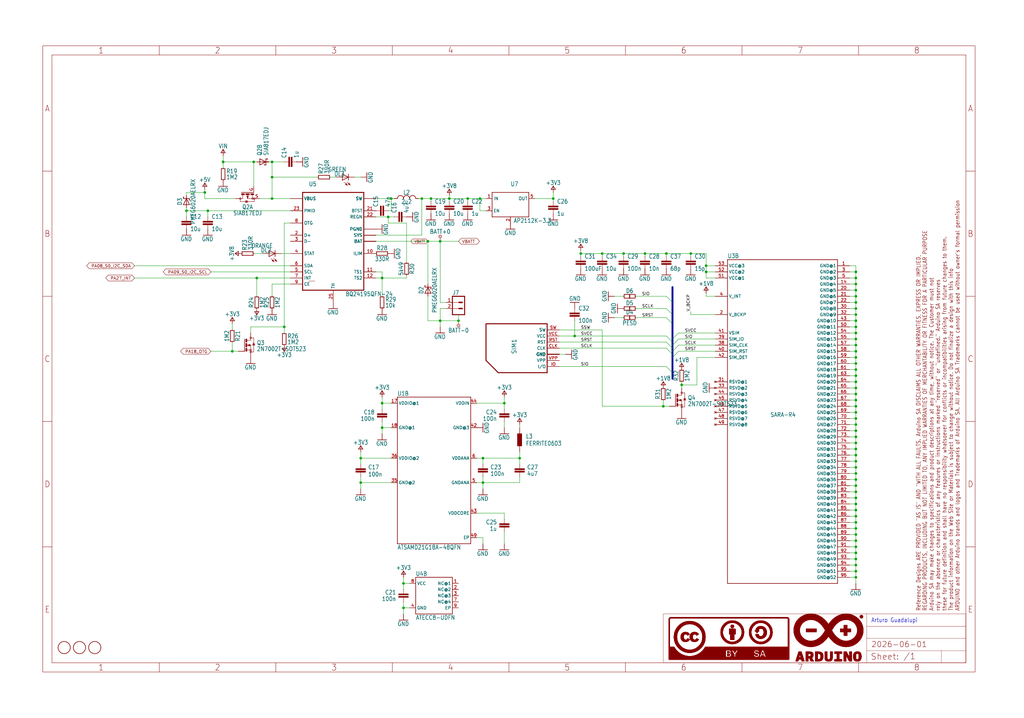
<source format=kicad_sch>
(kicad_sch (version 20231120) (generator "eeschema") (generator_version "8.0")
  (paper "User" 425.45 298.602)
  (lib_symbols
    (symbol "kicad nb1500-eagle-import:+1V8" (power)
      (symbol "+1V8_1_0"
        (pin power_in line (at 0 -2.54 90) (length 2.54) (name "+1V8") (number "1"))
      )
    )
    (symbol "kicad nb1500-eagle-import:+3V3" (power)
      (symbol "+3V3_1_0"
        (pin power_in line (at 0 -2.54 90) (length 2.54) (name "+3V3") (number "1"))
      )
    )
    (symbol "kicad nb1500-eagle-import:+3V8" (power)
      (symbol "+3V8_1_0"
        (pin power_in line (at 0 -2.54 90) (length 2.54) (name "+3V8") (number "1"))
      )
    )
    (symbol "kicad nb1500-eagle-import:+5V" (power)
      (symbol "+5V_1_0"
        (pin power_in line (at 0 -2.54 90) (length 2.54) (name "+5V") (number "1"))
      )
    )
    (symbol "kicad nb1500-eagle-import:2N7002T-SOT523"
      (property "Reference" "Q" (at 2.54 0 0))
      (symbol "2N7002T-SOT523_1_0"
        (pin passive line (at 0 5.08 270) (length 2.54) (name "D") (number "D"))
        (pin passive line (at -5.08 -2.54 0) (length 2.54) (name "G") (number "G"))
        (pin passive line (at 0 -5.08 90) (length 2.54) (name "S") (number "S"))
      )
    )
    (symbol "kicad nb1500-eagle-import:A3-FRAME"
      (symbol "A3-FRAME_1_0"
        (text "${#}/${##}" (at 357.505 5.08 0) (effects (font (size 2.54 2.54)) (justify left bottom)))
        (text "${CURRENT_DATE}" (at 344.17 10.16 0) (effects (font (size 2.286 2.286)) (justify left bottom)))
        (text "${PROJECTNAME}" (at 344.17 15.24 0) (effects (font (size 2.54 2.54)) (justify left bottom)))
        (text "1" (at 24.2094 1.905 0) (effects (font (size 2.54 2.286))))
        (text "1" (at 24.2094 258.445 0) (effects (font (size 2.54 2.286))))
        (text "2" (at 72.6281 1.905 0) (effects (font (size 2.54 2.286))))
        (text "2" (at 72.6281 258.445 0) (effects (font (size 2.54 2.286))))
        (text "3" (at 121.0469 1.905 0) (effects (font (size 2.54 2.286))))
        (text "3" (at 121.0469 258.445 0) (effects (font (size 2.54 2.286))))
        (text "4" (at 169.4656 1.905 0) (effects (font (size 2.54 2.286))))
        (text "4" (at 169.4656 258.445 0) (effects (font (size 2.54 2.286))))
        (text "5" (at 217.8844 1.905 0) (effects (font (size 2.54 2.286))))
        (text "5" (at 217.8844 258.445 0) (effects (font (size 2.54 2.286))))
        (text "6" (at 266.3031 1.905 0) (effects (font (size 2.54 2.286))))
        (text "6" (at 266.3031 258.445 0) (effects (font (size 2.54 2.286))))
        (text "7" (at 314.7219 1.905 0) (effects (font (size 2.54 2.286))))
        (text "7" (at 314.7219 258.445 0) (effects (font (size 2.54 2.286))))
        (text "8" (at 363.1406 1.905 0) (effects (font (size 2.54 2.286))))
        (text "8" (at 363.1406 258.445 0) (effects (font (size 2.54 2.286))))
        (text "A" (at 1.905 234.315 0) (effects (font (size 2.54 2.286))))
        (text "A" (at 385.445 234.315 0) (effects (font (size 2.54 2.286))))
        (text "B" (at 1.905 182.245 0) (effects (font (size 2.54 2.286))))
        (text "B" (at 385.445 182.245 0) (effects (font (size 2.54 2.286))))
        (text "C" (at 1.905 130.175 0) (effects (font (size 2.54 2.286))))
        (text "C" (at 385.445 130.175 0) (effects (font (size 2.54 2.286))))
        (text "D" (at 1.905 78.105 0) (effects (font (size 2.54 2.286))))
        (text "D" (at 385.445 78.105 0) (effects (font (size 2.54 2.286))))
        (text "E" (at 1.905 26.035 0) (effects (font (size 2.54 2.286))))
        (text "E" (at 385.445 26.035 0) (effects (font (size 2.54 2.286))))
        (text "Reference Designs ARE PROVIDED \"AS IS\" AND \"WITH ALL FAULTS. Arduino SA DISCLAIMS ALL OTHER WARRANTIES, EXPRESS OR IMPLIED,\nREGARDING PRODUCTS, INCLUDING BUT NOT LIMITED TO, ANY IMPLIED WARRANTIES OF MERCHANTABILITY OR FITNESS FOR A PARTICULAR PURPOSE\nArduino SA may make changes to specifications and product descriptions at any time, without notice. The Customer must not\nrely on the absence or characteristics of any features or instructions marked \"reserved\" or \"undefined.\" Arduino SA reserves\nthese for future definition and shall have no responsibility whatsoever for conflicts or incompatibilities arising from future changes to them.\nThe product information on the Web Site or Materials is subject to change without notice. Do not finalize a design with this info\nARDUINO and other Arduino brands and logos and Trademarks of Arduino SA. All Arduino SA Trademarks cannot be used without owner's formal permission" (at 381 25.4 900) (effects (font (size 1.6764 1.4249)) (justify left bottom)))
        (text "Sheet:" (at 343.916 4.953 0) (effects (font (size 2.54 2.54)) (justify left bottom)))
      )
    )
    (symbol "kicad nb1500-eagle-import:AP2112K-3.3"
      (property "Reference" "U" (at 0 7.62 0))
      (symbol "AP2112K-3.3_1_0"
        (pin power_in line (at -10.16 2.54 0) (length 2.54) (name "IN") (number "1"))
        (pin power_in line (at 0 -7.62 90) (length 2.54) (name "GND/ADJ") (number "2"))
        (pin input line (at -10.16 -2.54 0) (length 2.54) (name "EN") (number "3"))
        (pin power_in line (at 10.16 2.54 180) (length 2.54) (name "OUT") (number "5"))
      )
    )
    (symbol "kicad nb1500-eagle-import:ATECC8-UDFN"
      (property "Reference" "U" (at -7.62 8.128 0))
      (symbol "ATECC8-UDFN_1_0"
        (pin bidirectional line (at -10.16 0 0) (length 2.54) (name "SDA") (number "5"))
        (pin input line (at -10.16 2.54 0) (length 2.54) (name "SCL") (number "6"))
      )
      (symbol "ATECC8-UDFN_2_0"
        (pin bidirectional line (at 10.16 5.08 180) (length 2.54) (name "NC@1") (number "1"))
        (pin bidirectional line (at 10.16 2.54 180) (length 2.54) (name "NC@2") (number "2"))
        (pin bidirectional line (at 10.16 0 180) (length 2.54) (name "NC@3") (number "3"))
        (pin power_in line (at -10.16 -5.08 0) (length 2.54) (name "GND") (number "4"))
        (pin bidirectional line (at 10.16 -2.54 180) (length 2.54) (name "NC@4") (number "7"))
        (pin power_in line (at -10.16 5.08 0) (length 2.54) (name "VCC") (number "8"))
        (pin passive line (at 10.16 -5.08 180) (length 2.54) (name "EP") (number "9"))
      )
    )
    (symbol "kicad nb1500-eagle-import:ATSAMD21G18A-48QFN"
      (property "Reference" "U" (at -15.24 30.988 0))
      (symbol "ATSAMD21G18A-48QFN_1_0"
        (pin bidirectional line (at -25.4 17.78 0) (length 2.54) (name "PA00/XIN32") (number "1"))
        (pin bidirectional line (at 25.4 -30.48 180) (length 2.54) (name "PA05") (number "10"))
        (pin bidirectional line (at 25.4 -33.02 180) (length 2.54) (name "PA06") (number "11"))
        (pin bidirectional line (at 25.4 -35.56 180) (length 2.54) (name "PA07") (number "12"))
        (pin bidirectional line (at 25.4 -38.1 180) (length 2.54) (name "PA08") (number "13"))
        (pin bidirectional line (at 25.4 -40.64 180) (length 2.54) (name "PA09") (number "14"))
        (pin bidirectional line (at 25.4 -43.18 180) (length 2.54) (name "PA10") (number "15"))
        (pin bidirectional line (at 25.4 -45.72 180) (length 2.54) (name "PA11") (number "16"))
        (pin bidirectional line (at 25.4 -71.12 180) (length 2.54) (name "PB10") (number "19"))
        (pin bidirectional line (at -25.4 7.62 0) (length 2.54) (name "PA01/XOUT32") (number "2"))
        (pin bidirectional line (at 25.4 -73.66 180) (length 2.54) (name "PB11") (number "20"))
        (pin bidirectional line (at 25.4 76.2 180) (length 2.54) (name "PA12") (number "21"))
        (pin bidirectional line (at 25.4 81.28 180) (length 2.54) (name "PA13") (number "22"))
        (pin bidirectional line (at 25.4 73.66 180) (length 2.54) (name "PA14") (number "23"))
        (pin bidirectional line (at 25.4 78.74 180) (length 2.54) (name "PA15") (number "24"))
        (pin bidirectional line (at 25.4 -48.26 180) (length 2.54) (name "PA16") (number "25"))
        (pin bidirectional line (at 25.4 -50.8 180) (length 2.54) (name "PA17") (number "26"))
        (pin bidirectional line (at -25.4 76.2 0) (length 2.54) (name "PA18") (number "27"))
        (pin bidirectional line (at 25.4 -53.34 180) (length 2.54) (name "PA19") (number "28"))
        (pin bidirectional line (at 25.4 -55.88 180) (length 2.54) (name "PA20") (number "29"))
        (pin bidirectional line (at 25.4 -25.4 180) (length 2.54) (name "PA02") (number "3"))
        (pin bidirectional line (at 25.4 -58.42 180) (length 2.54) (name "PA21") (number "30"))
        (pin bidirectional line (at 25.4 -60.96 180) (length 2.54) (name "PA22") (number "31"))
        (pin bidirectional line (at 25.4 -63.5 180) (length 2.54) (name "PA23") (number "32"))
        (pin bidirectional line (at -25.4 81.28 0) (length 2.54) (name "PA24/USB_DM") (number "33"))
        (pin bidirectional line (at -25.4 78.74 0) (length 2.54) (name "PA25/USB_DP") (number "34"))
        (pin bidirectional line (at 25.4 -76.2 180) (length 2.54) (name "PB22") (number "37"))
        (pin bidirectional line (at 25.4 -78.74 180) (length 2.54) (name "PB23") (number "38"))
        (pin bidirectional line (at 25.4 68.58 180) (length 2.54) (name "PA27") (number "39"))
        (pin bidirectional line (at 25.4 -81.28 180) (length 2.54) (name "PA03") (number "4"))
        (pin bidirectional line (at -25.4 -58.42 0) (length 2.54) (name "RESETN") (number "40"))
        (pin bidirectional line (at 25.4 66.04 180) (length 2.54) (name "PA28") (number "41"))
        (pin bidirectional line (at -25.4 -50.8 0) (length 2.54) (name "PA30/SWCLK") (number "45"))
        (pin bidirectional line (at -25.4 -48.26 0) (length 2.54) (name "PA31/SWDIO") (number "46"))
        (pin bidirectional line (at 25.4 -66.04 180) (length 2.54) (name "PB02") (number "47"))
        (pin bidirectional line (at 25.4 -68.58 180) (length 2.54) (name "PB03") (number "48"))
        (pin bidirectional line (at 25.4 17.78 180) (length 2.54) (name "PB08") (number "7"))
        (pin bidirectional line (at 25.4 63.5 180) (length 2.54) (name "PB09") (number "8"))
        (pin bidirectional line (at 25.4 -27.94 180) (length 2.54) (name "PA04") (number "9"))
      )
      (symbol "ATSAMD21G18A-48QFN_2_0"
        (pin power_in line (at -17.78 27.94 0) (length 2.54) (name "VDDIO@1") (number "17"))
        (pin power_in line (at -17.78 17.78 0) (length 2.54) (name "GND@1") (number "18"))
        (pin power_in line (at -17.78 -5.08 0) (length 2.54) (name "GND@2") (number "35"))
        (pin power_in line (at -17.78 5.08 0) (length 2.54) (name "VDDIO@2") (number "36"))
        (pin power_in line (at 17.78 17.78 180) (length 2.54) (name "GND@3") (number "42"))
        (pin power_in line (at 17.78 -17.78 180) (length 2.54) (name "VDDCORE") (number "43"))
        (pin power_in line (at 17.78 27.94 180) (length 2.54) (name "VDDIN") (number "44"))
        (pin passive line (at 17.78 -27.94 180) (length 2.54) (name "EP") (number "49"))
        (pin power_in line (at 17.78 -5.08 180) (length 2.54) (name "GNDANA") (number "5"))
        (pin power_in line (at 17.78 5.08 180) (length 2.54) (name "VDDANA") (number "6"))
      )
    )
    (symbol "kicad nb1500-eagle-import:Arduino-supply_GND" (power)
      (symbol "Arduino-supply_GND_1_0"
        (pin power_in line (at 0 2.54 270) (length 2.54) (name "GND") (number "1"))
      )
    )
    (symbol "kicad nb1500-eagle-import:BATTERY"
      (property "Reference" "J" (at -2.54 3.048 0))
      (symbol "BATTERY_1_0"
        (pin passive line (at -5.08 0 0) (length 2.54) (name "1") (number "1"))
        (pin passive line (at -5.08 -2.54 0) (length 2.54) (name "2") (number "2"))
        (pin passive line (at 0 -5.08 0) (length 0) (name "SH") (number "3"))
        (pin passive line (at 0 -5.08 0) (length 0) (name "SH") (number "4"))
      )
    )
    (symbol "kicad nb1500-eagle-import:BQ24195QFN-24"
      (property "Reference" "U" (at -10.16 22.86 0))
      (symbol "BQ24195QFN-24_1_0"
        (pin bidirectional line (at -17.78 17.78 0) (length 5.08) (name "VBUS") (number "1"))
        (pin bidirectional line (at 17.78 -5.08 180) (length 5.08) (name "ILIM") (number "10"))
        (pin bidirectional line (at 17.78 -12.7 180) (length 5.08) (name "TS1") (number "11"))
        (pin bidirectional line (at 17.78 -15.24 180) (length 5.08) (name "TS2") (number "12"))
        (pin bidirectional line (at 17.78 0 180) (length 5.08) (name "BAT") (number "13"))
        (pin bidirectional line (at 17.78 0 180) (length 5.08) (name "BAT") (number "14"))
        (pin bidirectional line (at 17.78 2.54 180) (length 5.08) (name "SYS") (number "15"))
        (pin bidirectional line (at 17.78 2.54 180) (length 5.08) (name "SYS") (number "16"))
        (pin bidirectional line (at 17.78 5.08 180) (length 5.08) (name "PGND") (number "17"))
        (pin bidirectional line (at 17.78 5.08 180) (length 5.08) (name "PGND") (number "18"))
        (pin bidirectional line (at 17.78 17.78 180) (length 5.08) (name "SW") (number "19"))
        (pin bidirectional line (at -17.78 2.54 0) (length 5.08) (name "D+") (number "2"))
        (pin bidirectional line (at 17.78 17.78 180) (length 5.08) (name "SW") (number "20"))
        (pin bidirectional line (at 17.78 12.7 180) (length 5.08) (name "BTST") (number "21"))
        (pin bidirectional line (at 17.78 10.16 180) (length 5.08) (name "REGN") (number "22"))
        (pin bidirectional line (at -17.78 12.7 0) (length 5.08) (name "PMID") (number "23"))
        (pin bidirectional line (at -17.78 17.78 0) (length 5.08) (name "VBUS") (number "24"))
        (pin bidirectional line (at 0 -25.4 90) (length 5.08) (name "TH") (number "25"))
        (pin bidirectional line (at -17.78 0 0) (length 5.08) (name "D-") (number "3"))
        (pin bidirectional line (at -17.78 -5.08 0) (length 5.08) (name "STAT") (number "4"))
        (pin bidirectional line (at -17.78 -12.7 0) (length 5.08) (name "SCL") (number "5"))
        (pin bidirectional line (at -17.78 -10.16 0) (length 5.08) (name "SDA") (number "6"))
        (pin bidirectional line (at -17.78 -15.24 0) (length 5.08) (name "INT") (number "7"))
        (pin bidirectional line (at -17.78 7.62 0) (length 5.08) (name "OTG") (number "8"))
        (pin bidirectional line (at -17.78 -17.78 0) (length 5.08) (name "CE") (number "9"))
      )
    )
    (symbol "kicad nb1500-eagle-import:C-0402"
      (property "Reference" "C" (at 1.524 1.651 0))
      (symbol "C-0402_1_0"
        (pin passive line (at 0 2.54 270) (length 0) (name "1") (number "1"))
        (pin passive line (at 0 -2.54 90) (length 0) (name "2") (number "2"))
      )
    )
    (symbol "kicad nb1500-eagle-import:C-0603"
      (property "Reference" "C" (at 1.524 1.651 0))
      (symbol "C-0603_1_0"
        (pin passive line (at 0 2.54 270) (length 0) (name "1") (number "1"))
        (pin passive line (at 0 -2.54 90) (length 0) (name "2") (number "2"))
      )
    )
    (symbol "kicad nb1500-eagle-import:C-1206"
      (property "Reference" "C" (at 1.524 1.651 0))
      (symbol "C-1206_1_0"
        (pin passive line (at 0 2.54 270) (length 0) (name "1") (number "1"))
        (pin passive line (at 0 -2.54 90) (length 0) (name "2") (number "2"))
      )
    )
    (symbol "kicad nb1500-eagle-import:FERRITE0603"
      (property "Reference" "L" (at 0 1.27 0))
      (symbol "FERRITE0603_1_0"
        (pin passive line (at -5.08 0 0) (length 2.54) (name "1") (number "1"))
        (pin passive line (at 5.08 0 180) (length 2.54) (name "2") (number "2"))
      )
    )
    (symbol "kicad nb1500-eagle-import:FIDUCIAL-1.5MM")
    (symbol "kicad nb1500-eagle-import:GND" (power)
      (symbol "GND_1_0"
        (pin power_in line (at 0 2.54 270) (length 2.54) (name "GND") (number "1"))
      )
    )
    (symbol "kicad nb1500-eagle-import:LED-0603"
      (property "Reference" "DL" (at 3.556 -4.572 90))
      (symbol "LED-0603_1_0"
        (pin passive line (at 0 2.54 270) (length 2.54) (name "A") (number "A"))
        (pin passive line (at 0 -5.08 90) (length 2.54) (name "C") (number "C"))
      )
    )
    (symbol "kicad nb1500-eagle-import:LSRP"
      (property "Reference" "L" (at 0 2.54 0))
      (symbol "LSRP_1_0"
        (pin passive line (at -5.08 0 0) (length 0) (name "1") (number "1"))
        (pin passive line (at 5.08 0 180) (length 0) (name "2") (number "2"))
      )
    )
    (symbol "kicad nb1500-eagle-import:PESD"
      (property "Reference" "D" (at 0 1.27 0))
      (symbol "PESD_1_0"
        (pin passive line (at -2.54 0 0) (length 0) (name "1") (number "1"))
        (pin passive line (at 2.54 0 180) (length 0) (name "2") (number "2"))
      )
    )
    (symbol "kicad nb1500-eagle-import:PMEG6020AELRX"
      (property "Reference" "D" (at 0 1.778 0))
      (symbol "PMEG6020AELRX_1_0"
        (pin passive line (at -2.54 0 0) (length 2.54) (name "A") (number "A"))
        (pin passive line (at 2.54 0 180) (length 2.54) (name "C") (number "C"))
      )
    )
    (symbol "kicad nb1500-eagle-import:R-0402"
      (property "Reference" "R" (at 0 1.27 0))
      (symbol "R-0402_1_0"
        (pin passive line (at -2.54 0 0) (length 0) (name "1") (number "1"))
        (pin passive line (at 2.54 0 180) (length 0) (name "2") (number "2"))
      )
    )
    (symbol "kicad nb1500-eagle-import:SARA-R4"
      (property "Reference" "U" (at -22.86 68.58 0))
      (symbol "SARA-R4_1_0"
        (pin input line (at -25.4 15.24 0) (length 5.08) (name "RTS") (number "10"))
        (pin output line (at -25.4 12.7 0) (length 5.08) (name "CTS") (number "11"))
        (pin input line (at -25.4 20.32 0) (length 5.08) (name "TXD") (number "12"))
        (pin output line (at -25.4 17.78 0) (length 5.08) (name "RXD") (number "13"))
        (pin input line (at -25.4 -33.02 0) (length 5.08) (name "PWR_ON") (number "15"))
        (pin bidirectional line (at -25.4 -5.08 0) (length 5.08) (name "GPIO1") (number "16"))
        (pin input line (at -25.4 33.02 0) (length 5.08) (name "V_USB_DET") (number "17"))
        (pin input line (at -25.4 -30.48 0) (length 5.08) (name "~{RESET}") (number "18"))
        (pin output line (at 25.4 20.32 180) (length 5.08) (name "CODEC_CLK") (number "19"))
        (pin bidirectional line (at -25.4 -7.62 0) (length 5.08) (name "GPIO2") (number "23"))
        (pin bidirectional line (at -25.4 -10.16 0) (length 5.08) (name "GPIO3") (number "24"))
        (pin bidirectional line (at -25.4 -12.7 0) (length 5.08) (name "GPIO4") (number "25"))
        (pin bidirectional line (at -25.4 -22.86 0) (length 5.08) (name "SDA") (number "26"))
        (pin output line (at -25.4 -20.32 0) (length 5.08) (name "SCL") (number "27"))
        (pin bidirectional line (at -25.4 30.48 0) (length 5.08) (name "USB_D-") (number "28"))
        (pin bidirectional line (at -25.4 27.94 0) (length 5.08) (name "USB_D+") (number "29"))
        (pin bidirectional line (at 25.4 12.7 180) (length 5.08) (name "I2S_WA") (number "34"))
        (pin output line (at 25.4 10.16 180) (length 5.08) (name "I2S_TXD") (number "35"))
        (pin bidirectional line (at 25.4 15.24 180) (length 5.08) (name "I2S_CLK") (number "36"))
        (pin input line (at 25.4 7.62 180) (length 5.08) (name "I2S_RXD") (number "37"))
        (pin bidirectional line (at 25.4 33.02 180) (length 5.08) (name "ANT") (number "56"))
        (pin output line (at -25.4 7.62 0) (length 5.08) (name "DSR") (number "6"))
        (pin input line (at 25.4 30.48 180) (length 5.08) (name "ANT_DET") (number "62"))
        (pin output line (at -25.4 5.08 0) (length 5.08) (name "RI") (number "7"))
        (pin output line (at -25.4 2.54 0) (length 5.08) (name "DCD") (number "8"))
        (pin input line (at -25.4 10.16 0) (length 5.08) (name "DTR") (number "9"))
      )
      (symbol "SARA-R4_2_0"
        (pin power_in line (at 27.94 63.5 180) (length 5.08) (name "GND@1") (number "1"))
        (pin power_in line (at 27.94 55.88 180) (length 5.08) (name "GND@4") (number "14"))
        (pin power_in line (at -27.94 43.18 0) (length 5.08) (name "V_BCKP") (number "2"))
        (pin power_in line (at 27.94 53.34 180) (length 5.08) (name "GND@5") (number "20"))
        (pin power_in line (at 27.94 50.8 180) (length 5.08) (name "GND@6") (number "21"))
        (pin power_in line (at 27.94 48.26 180) (length 5.08) (name "GND@7") (number "22"))
        (pin power_in line (at 27.94 60.96 180) (length 5.08) (name "GND@2") (number "3"))
        (pin power_in line (at 27.94 45.72 180) (length 5.08) (name "GND@8") (number "30"))
        (pin no_connect line (at -27.94 15.24 0) (length 5.08) (name "RSVD@1") (number "31"))
        (pin power_in line (at 27.94 43.18 180) (length 5.08) (name "GND@9") (number "32"))
        (pin no_connect line (at -27.94 12.7 0) (length 5.08) (name "RSVD@2") (number "33"))
        (pin output line (at -27.94 30.48 0) (length 5.08) (name "SIM_CLK") (number "38"))
        (pin bidirectional line (at -27.94 33.02 0) (length 5.08) (name "SIM_IO") (number "39"))
        (pin power_in line (at -27.94 50.8 0) (length 5.08) (name "V_INT") (number "4"))
        (pin output line (at -27.94 27.94 0) (length 5.08) (name "SIM_RST") (number "40"))
        (pin power_in line (at -27.94 35.56 0) (length 5.08) (name "VSIM") (number "41"))
        (pin input line (at -27.94 25.4 0) (length 5.08) (name "SIM_DET") (number "42"))
        (pin power_in line (at 27.94 40.64 180) (length 5.08) (name "GND@10") (number "43"))
        (pin no_connect line (at -27.94 10.16 0) (length 5.08) (name "RSVD@3") (number "44"))
        (pin no_connect line (at -27.94 7.62 0) (length 5.08) (name "RSVD@4") (number "45"))
        (pin no_connect line (at -27.94 5.08 0) (length 5.08) (name "RSVD@5") (number "46"))
        (pin no_connect line (at -27.94 2.54 0) (length 5.08) (name "RSVD@6") (number "47"))
        (pin no_connect line (at -27.94 0 0) (length 5.08) (name "RSVD@7") (number "48"))
        (pin no_connect line (at -27.94 -2.54 0) (length 5.08) (name "RSVD@8") (number "49"))
        (pin power_in line (at 27.94 58.42 180) (length 5.08) (name "GND@3") (number "5"))
        (pin power_in line (at 27.94 38.1 180) (length 5.08) (name "GND@11") (number "50"))
        (pin power_in line (at -27.94 58.42 0) (length 5.08) (name "VCC@1") (number "51"))
        (pin power_in line (at -27.94 60.96 0) (length 5.08) (name "VCC@2") (number "52"))
        (pin power_in line (at -27.94 63.5 0) (length 5.08) (name "VCC@3") (number "53"))
        (pin power_in line (at 27.94 35.56 180) (length 5.08) (name "GND@12") (number "54"))
        (pin power_in line (at 27.94 33.02 180) (length 5.08) (name "GND@13") (number "55"))
        (pin power_in line (at 27.94 30.48 180) (length 5.08) (name "GND@14") (number "57"))
        (pin power_in line (at 27.94 27.94 180) (length 5.08) (name "GND@15") (number "58"))
        (pin power_in line (at 27.94 25.4 180) (length 5.08) (name "GND@16") (number "59"))
        (pin power_in line (at 27.94 22.86 180) (length 5.08) (name "GND@17") (number "60"))
        (pin power_in line (at 27.94 20.32 180) (length 5.08) (name "GND@18") (number "61"))
        (pin power_in line (at 27.94 17.78 180) (length 5.08) (name "GND@19") (number "63"))
        (pin power_in line (at 27.94 15.24 180) (length 5.08) (name "GND@20") (number "64"))
        (pin power_in line (at 27.94 12.7 180) (length 5.08) (name "GND@21") (number "65"))
        (pin power_in line (at 27.94 10.16 180) (length 5.08) (name "GND@22") (number "66"))
        (pin power_in line (at 27.94 7.62 180) (length 5.08) (name "GND@23") (number "67"))
        (pin power_in line (at 27.94 5.08 180) (length 5.08) (name "GND@24") (number "68"))
        (pin power_in line (at 27.94 2.54 180) (length 5.08) (name "GND@25") (number "69"))
        (pin power_in line (at 27.94 0 180) (length 5.08) (name "GND@26") (number "70"))
        (pin power_in line (at 27.94 -2.54 180) (length 5.08) (name "GND@27") (number "71"))
        (pin power_in line (at 27.94 -5.08 180) (length 5.08) (name "GND@28") (number "72"))
        (pin power_in line (at 27.94 -7.62 180) (length 5.08) (name "GND@29") (number "73"))
        (pin power_in line (at 27.94 -10.16 180) (length 5.08) (name "GND@30") (number "74"))
        (pin power_in line (at 27.94 -12.7 180) (length 5.08) (name "GND@31") (number "75"))
        (pin power_in line (at 27.94 -15.24 180) (length 5.08) (name "GND@32") (number "76"))
        (pin power_in line (at 27.94 -17.78 180) (length 5.08) (name "GND@33") (number "77"))
        (pin power_in line (at 27.94 -20.32 180) (length 5.08) (name "GND@34") (number "78"))
        (pin power_in line (at 27.94 -22.86 180) (length 5.08) (name "GND@35") (number "79"))
        (pin power_in line (at 27.94 -25.4 180) (length 5.08) (name "GND@36") (number "80"))
        (pin power_in line (at 27.94 -27.94 180) (length 5.08) (name "GND@37") (number "81"))
        (pin power_in line (at 27.94 -30.48 180) (length 5.08) (name "GND@38") (number "82"))
        (pin power_in line (at 27.94 -33.02 180) (length 5.08) (name "GND@39") (number "83"))
        (pin power_in line (at 27.94 -35.56 180) (length 5.08) (name "GND@40") (number "84"))
        (pin power_in line (at 27.94 -38.1 180) (length 5.08) (name "GND@41") (number "85"))
        (pin power_in line (at 27.94 -40.64 180) (length 5.08) (name "GND@42") (number "86"))
        (pin power_in line (at 27.94 -43.18 180) (length 5.08) (name "GND@43") (number "87"))
        (pin power_in line (at 27.94 -45.72 180) (length 5.08) (name "GND@44") (number "88"))
        (pin power_in line (at 27.94 -48.26 180) (length 5.08) (name "GND@45") (number "89"))
        (pin power_in line (at 27.94 -50.8 180) (length 5.08) (name "GND@46") (number "90"))
        (pin power_in line (at 27.94 -53.34 180) (length 5.08) (name "GND@47") (number "91"))
        (pin power_in line (at 27.94 -55.88 180) (length 5.08) (name "GND@48") (number "92"))
        (pin power_in line (at 27.94 -58.42 180) (length 5.08) (name "GND@49") (number "93"))
        (pin power_in line (at 27.94 -60.96 180) (length 5.08) (name "GND@50") (number "94"))
        (pin power_in line (at 27.94 -63.5 180) (length 5.08) (name "GND@51") (number "95"))
        (pin power_in line (at 27.94 -66.04 180) (length 5.08) (name "GND@52") (number "96"))
      )
    )
    (symbol "kicad nb1500-eagle-import:SIA817EDJ"
      (property "Reference" "Q" (at 0 1.778 0))
      (symbol "SIA817EDJ_1_0"
        (pin passive line (at 0 -5.08 90) (length 2.54) (name "D") (number "D"))
        (pin passive line (at 0 -5.08 90) (length 2.54) (name "D") (number "D2"))
        (pin passive line (at -5.08 2.54 0) (length 2.54) (name "G") (number "G"))
        (pin passive line (at 0 5.08 270) (length 2.54) (name "S") (number "S"))
      )
      (symbol "SIA817EDJ_2_0"
        (pin passive line (at -2.54 0 0) (length 2.54) (name "A") (number "A"))
        (pin passive line (at 2.54 0 180) (length 2.54) (name "C") (number "K"))
        (pin passive line (at 2.54 0 180) (length 2.54) (name "C") (number "K2"))
      )
    )
    (symbol "kicad nb1500-eagle-import:SIM"
      (property "Reference" "SIM" (at -2.54 0 0))
      (symbol "SIM_1_0"
        (pin bidirectional line (at 0 -17.78 90) (length 5.08) (name "CLK") (number "CLK"))
        (pin bidirectional line (at -2.54 -17.78 90) (length 5.08) (name "GND") (number "GND"))
        (pin bidirectional line (at -7.62 -17.78 90) (length 5.08) (name "I/O") (number "IO"))
        (pin bidirectional line (at 2.54 -17.78 90) (length 5.08) (name "RST") (number "RST"))
        (pin bidirectional line (at -2.54 -17.78 90) (length 5.08) (name "GND") (number "SH1"))
        (pin bidirectional line (at -2.54 -17.78 90) (length 5.08) (name "GND") (number "SH2"))
        (pin bidirectional line (at -2.54 -17.78 90) (length 5.08) (name "GND") (number "SH3"))
        (pin bidirectional line (at -2.54 -17.78 90) (length 5.08) (name "GND") (number "SH4"))
        (pin bidirectional line (at -2.54 -17.78 90) (length 5.08) (name "GND") (number "SH5"))
        (pin bidirectional line (at 7.62 -17.78 90) (length 5.08) (name "SW") (number "SW"))
        (pin bidirectional line (at 5.08 -17.78 90) (length 5.08) (name "VCC") (number "VCC"))
        (pin bidirectional line (at -5.08 -17.78 90) (length 5.08) (name "VPP") (number "VPP"))
      )
    )
    (symbol "kicad nb1500-eagle-import:TPTP-1.00MM"
      (property "Reference" "TP" (at 0 0.508 0))
      (symbol "TPTP-1.00MM_1_0"
        (pin passive line (at 0 -2.54 90) (length 0) (name "P$1") (number "X"))
      )
    )
    (symbol "kicad nb1500-eagle-import:VIN" (power)
      (symbol "VIN_1_0"
        (pin power_in line (at 0 -2.54 90) (length 2.54) (name "VIN") (number "1"))
      )
    )
  )
  (junction (at 250.19 105.41))
  (junction (at 355.6 212.09))
  (junction (at 355.6 148.59))
  (junction (at 175.26 82.55))
  (junction (at 355.6 143.51))
  (junction (at 158.75 177.8))
  (junction (at 113.03 73.66))
  (junction (at 86.36 87.63))
  (junction (at 355.6 140.97))
  (junction (at 355.6 171.45))
  (junction (at 355.6 158.75))
  (junction (at 355.6 194.31))
  (junction (at 355.6 168.91))
  (junction (at 355.6 120.65))
  (junction (at 355.6 184.15))
  (junction (at 355.6 161.29))
  (junction (at 355.6 224.79))
  (junction (at 355.6 118.11))
  (junction (at 177.8 100.33))
  (junction (at 355.6 207.01))
  (junction (at 355.6 179.07))
  (junction (at 293.37 113.03))
  (junction (at 355.6 229.87))
  (junction (at 355.6 191.77))
  (junction (at 158.75 115.57))
  (junction (at 113.03 82.55))
  (junction (at 355.6 237.49))
  (junction (at 267.97 105.41))
  (junction (at 238.76 139.7))
  (junction (at 355.6 153.67))
  (junction (at 355.6 214.63))
  (junction (at 355.6 133.35))
  (junction (at 355.6 156.21))
  (junction (at 77.47 87.63))
  (junction (at 287.02 105.41))
  (junction (at 229.87 82.55))
  (junction (at 190.5 133.35))
  (junction (at 162.56 82.55))
  (junction (at 355.6 240.03))
  (junction (at 92.71 67.31))
  (junction (at 85.09 80.01))
  (junction (at 355.6 130.81))
  (junction (at 355.6 113.03))
  (junction (at 149.86 200.66))
  (junction (at 293.37 110.49))
  (junction (at 355.6 186.69))
  (junction (at 241.3 105.41))
  (junction (at 355.6 227.33))
  (junction (at 355.6 138.43))
  (junction (at 182.88 133.35))
  (junction (at 355.6 123.19))
  (junction (at 283.21 160.02))
  (junction (at 149.86 190.5))
  (junction (at 209.55 167.64))
  (junction (at 355.6 232.41))
  (junction (at 355.6 201.93))
  (junction (at 355.6 196.85))
  (junction (at 199.39 82.55))
  (junction (at 355.6 219.71))
  (junction (at 182.88 100.33))
  (junction (at 355.6 234.95))
  (junction (at 276.86 105.41))
  (junction (at 355.6 173.99))
  (junction (at 200.66 200.66))
  (junction (at 355.6 151.13))
  (junction (at 105.41 67.31))
  (junction (at 158.75 167.64))
  (junction (at 215.9 190.5))
  (junction (at 355.6 222.25))
  (junction (at 355.6 204.47))
  (junction (at 200.66 190.5))
  (junction (at 96.52 146.05))
  (junction (at 167.64 252.73))
  (junction (at 355.6 146.05))
  (junction (at 355.6 163.83))
  (junction (at 167.64 242.57))
  (junction (at 355.6 128.27))
  (junction (at 113.03 67.31))
  (junction (at 118.11 135.89))
  (junction (at 355.6 125.73))
  (junction (at 355.6 189.23))
  (junction (at 355.6 181.61))
  (junction (at 355.6 199.39))
  (junction (at 179.07 82.55))
  (junction (at 355.6 115.57))
  (junction (at 355.6 135.89))
  (junction (at 259.08 105.41))
  (junction (at 355.6 176.53))
  (junction (at 106.68 115.57))
  (junction (at 355.6 209.55))
  (junction (at 186.69 82.55))
  (junction (at 161.29 90.17))
  (junction (at 355.6 217.17))
  (junction (at 355.6 166.37))
  (junction (at 194.31 82.55))
  (junction (at 275.59 168.91))
  (bus_entry (at 281.94 140.97) (size -2.54 2.54))
  (bus_entry (at 281.94 138.43) (size -2.54 2.54))
  (bus_entry (at 276.86 139.7) (size 2.54 2.54))
  (bus_entry (at 276.86 132.08) (size 2.54 2.54))
  (bus_entry (at 276.86 123.19) (size 2.54 2.54))
  (bus_entry (at 276.86 152.4) (size 2.54 2.54))
  (bus_entry (at 276.86 128.27) (size 2.54 2.54))
  (bus_entry (at 281.94 146.05) (size -2.54 2.54))
  (bus_entry (at 276.86 144.78) (size 2.54 2.54))
  (bus_entry (at 276.86 142.24) (size 2.54 2.54))
  (bus_entry (at 281.94 143.51) (size -2.54 2.54))
  (wire (pts (xy 355.6 166.37) (xy 353.06 166.37)) (stroke (width 0.1524)))
  (wire (pts (xy 264.16 128.27) (xy 276.86 128.27)) (stroke (width 0.1524)))
  (wire (pts (xy 177.8 118.11) (xy 177.8 100.33)) (stroke (width 0.1524)))
  (wire (pts (xy 353.06 128.27) (xy 355.6 128.27)) (stroke (width 0.1524)))
  (wire (pts (xy 232.41 139.7) (xy 238.76 139.7)) (stroke (width 0.1524)))
  (wire (pts (xy 168.91 92.71) (xy 168.91 109.22)) (stroke (width 0.1524)))
  (wire (pts (xy 149.86 190.5) (xy 149.86 187.96)) (stroke (width 0.1524)))
  (wire (pts (xy 355.6 128.27) (xy 355.6 130.81)) (stroke (width 0.1524)))
  (wire (pts (xy 118.11 135.89) (xy 104.14 135.89)) (stroke (width 0.1524)))
  (wire (pts (xy 275.59 168.91) (xy 250.19 168.91)) (stroke (width 0.1524)))
  (wire (pts (xy 106.68 115.57) (xy 106.68 123.19)) (stroke (width 0.1524)))
  (wire (pts (xy 353.06 125.73) (xy 355.6 125.73)) (stroke (width 0.1524)))
  (wire (pts (xy 353.06 212.09) (xy 355.6 212.09)) (stroke (width 0.1524)))
  (wire (pts (xy 77.47 80.01) (xy 77.47 81.28)) (stroke (width 0.1524)))
  (wire (pts (xy 113.03 67.31) (xy 113.03 73.66)) (stroke (width 0.1524)))
  (wire (pts (xy 177.8 100.33) (xy 182.88 100.33)) (stroke (width 0.1524)))
  (wire (pts (xy 353.06 196.85) (xy 355.6 196.85)) (stroke (width 0.1524)))
  (wire (pts (xy 355.6 191.77) (xy 355.6 194.31)) (stroke (width 0.1524)))
  (wire (pts (xy 96.52 146.05) (xy 96.52 142.24)) (stroke (width 0.1524)))
  (wire (pts (xy 353.06 113.03) (xy 355.6 113.03)) (stroke (width 0.1524)))
  (wire (pts (xy 241.3 105.41) (xy 250.19 105.41)) (stroke (width 0.1524)))
  (wire (pts (xy 255.27 123.19) (xy 259.08 123.19)) (stroke (width 0.1524)))
  (wire (pts (xy 105.41 67.31) (xy 92.71 67.31)) (stroke (width 0.1524)))
  (wire (pts (xy 353.06 240.03) (xy 355.6 240.03)) (stroke (width 0.1524)))
  (wire (pts (xy 113.03 73.66) (xy 113.03 82.55)) (stroke (width 0.1524)))
  (wire (pts (xy 120.65 110.49) (xy 55.88 110.49)) (stroke (width 0.1524)))
  (bus (pts (xy 279.4 130.81) (xy 279.4 134.62)) (stroke (width 0.762)))
  (wire (pts (xy 355.6 168.91) (xy 355.6 171.45)) (stroke (width 0.1524)))
  (wire (pts (xy 355.6 199.39) (xy 355.6 201.93)) (stroke (width 0.1524)))
  (wire (pts (xy 190.5 133.35) (xy 182.88 133.35)) (stroke (width 0.1524)))
  (wire (pts (xy 353.06 224.79) (xy 355.6 224.79)) (stroke (width 0.1524)))
  (wire (pts (xy 297.18 138.43) (xy 281.94 138.43)) (stroke (width 0.1524)))
  (wire (pts (xy 158.75 177.8) (xy 158.75 175.26)) (stroke (width 0.1524)))
  (wire (pts (xy 162.56 82.55) (xy 156.21 82.55)) (stroke (width 0.1524)))
  (wire (pts (xy 355.6 168.91) (xy 353.06 168.91)) (stroke (width 0.1524)))
  (wire (pts (xy 147.32 73.66) (xy 149.86 73.66)) (stroke (width 0.1524)))
  (wire (pts (xy 85.09 80.01) (xy 85.09 82.55)) (stroke (width 0.1524)))
  (wire (pts (xy 167.64 252.73) (xy 167.64 250.19)) (stroke (width 0.1524)))
  (wire (pts (xy 200.66 200.66) (xy 200.66 198.12)) (stroke (width 0.1524)))
  (wire (pts (xy 209.55 177.8) (xy 209.55 175.26)) (stroke (width 0.1524)))
  (wire (pts (xy 120.65 115.57) (xy 106.68 115.57)) (stroke (width 0.1524)))
  (wire (pts (xy 182.88 135.89) (xy 182.88 133.35)) (stroke (width 0.1524)))
  (wire (pts (xy 104.14 135.89) (xy 104.14 138.43)) (stroke (width 0.1524)))
  (wire (pts (xy 293.37 123.19) (xy 293.37 121.92)) (stroke (width 0.1524)))
  (wire (pts (xy 355.6 146.05) (xy 355.6 148.59)) (stroke (width 0.1524)))
  (wire (pts (xy 355.6 115.57) (xy 355.6 118.11)) (stroke (width 0.1524)))
  (wire (pts (xy 283.21 160.02) (xy 283.21 158.75)) (stroke (width 0.1524)))
  (wire (pts (xy 355.6 156.21) (xy 355.6 158.75)) (stroke (width 0.1524)))
  (bus (pts (xy 279.4 146.05) (xy 279.4 147.32)) (stroke (width 0.762)))
  (wire (pts (xy 297.18 143.51) (xy 281.94 143.51)) (stroke (width 0.1524)))
  (wire (pts (xy 355.6 194.31) (xy 355.6 196.85)) (stroke (width 0.1524)))
  (wire (pts (xy 209.55 213.36) (xy 209.55 215.9)) (stroke (width 0.1524)))
  (wire (pts (xy 182.88 100.33) (xy 190.5 100.33)) (stroke (width 0.1524)))
  (wire (pts (xy 113.03 67.31) (xy 118.11 67.31)) (stroke (width 0.1524)))
  (wire (pts (xy 297.18 140.97) (xy 281.94 140.97)) (stroke (width 0.1524)))
  (wire (pts (xy 355.6 118.11) (xy 355.6 120.65)) (stroke (width 0.1524)))
  (wire (pts (xy 355.6 196.85) (xy 355.6 199.39)) (stroke (width 0.1524)))
  (wire (pts (xy 297.18 146.05) (xy 281.94 146.05)) (stroke (width 0.1524)))
  (wire (pts (xy 250.19 168.91) (xy 250.19 137.16)) (stroke (width 0.1524)))
  (wire (pts (xy 163.83 90.17) (xy 161.29 90.17)) (stroke (width 0.1524)))
  (bus (pts (xy 279.4 148.59) (xy 279.4 154.94)) (stroke (width 0.762)))
  (wire (pts (xy 355.6 133.35) (xy 355.6 135.89)) (stroke (width 0.1524)))
  (wire (pts (xy 198.12 213.36) (xy 209.55 213.36)) (stroke (width 0.1524)))
  (wire (pts (xy 255.27 132.08) (xy 259.08 132.08)) (stroke (width 0.1524)))
  (wire (pts (xy 120.65 118.11) (xy 113.03 118.11)) (stroke (width 0.1524)))
  (wire (pts (xy 353.06 186.69) (xy 355.6 186.69)) (stroke (width 0.1524)))
  (wire (pts (xy 156.21 113.03) (xy 158.75 113.03)) (stroke (width 0.1524)))
  (wire (pts (xy 353.06 204.47) (xy 355.6 204.47)) (stroke (width 0.1524)))
  (wire (pts (xy 355.6 130.81) (xy 355.6 133.35)) (stroke (width 0.1524)))
  (wire (pts (xy 355.6 212.09) (xy 355.6 214.63)) (stroke (width 0.1524)))
  (wire (pts (xy 275.59 168.91) (xy 275.59 166.37)) (stroke (width 0.1524)))
  (wire (pts (xy 353.06 143.51) (xy 355.6 143.51)) (stroke (width 0.1524)))
  (wire (pts (xy 215.9 190.5) (xy 215.9 193.04)) (stroke (width 0.1524)))
  (wire (pts (xy 355.6 240.03) (xy 355.6 242.57)) (stroke (width 0.1524)))
  (wire (pts (xy 158.75 115.57) (xy 168.91 115.57)) (stroke (width 0.1524)))
  (wire (pts (xy 200.66 200.66) (xy 200.66 203.2)) (stroke (width 0.1524)))
  (bus (pts (xy 279.4 119.38) (xy 279.4 125.73)) (stroke (width 0.762)))
  (wire (pts (xy 120.65 87.63) (xy 86.36 87.63)) (stroke (width 0.1524)))
  (wire (pts (xy 355.6 158.75) (xy 355.6 161.29)) (stroke (width 0.1524)))
  (wire (pts (xy 353.06 118.11) (xy 355.6 118.11)) (stroke (width 0.1524)))
  (wire (pts (xy 200.66 190.5) (xy 215.9 190.5)) (stroke (width 0.1524)))
  (wire (pts (xy 167.64 240.03) (xy 167.64 242.57)) (stroke (width 0.1524)))
  (wire (pts (xy 149.86 203.2) (xy 149.86 200.66)) (stroke (width 0.1524)))
  (wire (pts (xy 167.64 245.11) (xy 167.64 242.57)) (stroke (width 0.1524)))
  (bus (pts (xy 279.4 143.51) (xy 279.4 144.78)) (stroke (width 0.762)))
  (wire (pts (xy 86.36 87.63) (xy 77.47 87.63)) (stroke (width 0.1524)))
  (wire (pts (xy 355.6 140.97) (xy 355.6 143.51)) (stroke (width 0.1524)))
  (wire (pts (xy 209.55 226.06) (xy 209.55 220.98)) (stroke (width 0.1524)))
  (wire (pts (xy 232.41 137.16) (xy 250.19 137.16)) (stroke (width 0.1524)))
  (wire (pts (xy 168.91 115.57) (xy 168.91 114.3)) (stroke (width 0.1524)))
  (wire (pts (xy 200.66 190.5) (xy 198.12 190.5)) (stroke (width 0.1524)))
  (wire (pts (xy 186.69 81.28) (xy 186.69 82.55)) (stroke (width 0.1524)))
  (wire (pts (xy 353.06 194.31) (xy 355.6 194.31)) (stroke (width 0.1524)))
  (wire (pts (xy 355.6 179.07) (xy 355.6 181.61)) (stroke (width 0.1524)))
  (wire (pts (xy 259.08 105.41) (xy 259.08 106.68)) (stroke (width 0.1524)))
  (wire (pts (xy 232.41 142.24) (xy 276.86 142.24)) (stroke (width 0.1524)))
  (wire (pts (xy 289.56 148.59) (xy 297.18 148.59)) (stroke (width 0.1524)))
  (wire (pts (xy 118.11 135.89) (xy 118.11 138.43)) (stroke (width 0.1524)))
  (wire (pts (xy 158.75 123.19) (xy 158.75 115.57)) (stroke (width 0.1524)))
  (wire (pts (xy 85.09 82.55) (xy 97.79 82.55)) (stroke (width 0.1524)))
  (wire (pts (xy 355.6 151.13) (xy 355.6 153.67)) (stroke (width 0.1524)))
  (wire (pts (xy 355.6 234.95) (xy 355.6 237.49)) (stroke (width 0.1524)))
  (wire (pts (xy 353.06 153.67) (xy 355.6 153.67)) (stroke (width 0.1524)))
  (wire (pts (xy 170.18 252.73) (xy 167.64 252.73)) (stroke (width 0.1524)))
  (wire (pts (xy 353.06 148.59) (xy 355.6 148.59)) (stroke (width 0.1524)))
  (wire (pts (xy 355.6 207.01) (xy 355.6 209.55)) (stroke (width 0.1524)))
  (wire (pts (xy 353.06 181.61) (xy 355.6 181.61)) (stroke (width 0.1524)))
  (wire (pts (xy 353.06 234.95) (xy 355.6 234.95)) (stroke (width 0.1524)))
  (wire (pts (xy 96.52 137.16) (xy 96.52 134.62)) (stroke (width 0.1524)))
  (wire (pts (xy 355.6 184.15) (xy 355.6 186.69)) (stroke (width 0.1524)))
  (wire (pts (xy 215.9 176.53) (xy 215.9 177.8)) (stroke (width 0.1524)))
  (wire (pts (xy 175.26 82.55) (xy 173.99 82.55)) (stroke (width 0.1524)))
  (wire (pts (xy 355.6 171.45) (xy 353.06 171.45)) (stroke (width 0.1524)))
  (wire (pts (xy 77.47 87.63) (xy 77.47 90.17)) (stroke (width 0.1524)))
  (wire (pts (xy 175.26 97.79) (xy 175.26 82.55)) (stroke (width 0.1524)))
  (wire (pts (xy 162.56 200.66) (xy 149.86 200.66)) (stroke (width 0.1524)))
  (wire (pts (xy 250.19 105.41) (xy 259.08 105.41)) (stroke (width 0.1524)))
  (wire (pts (xy 215.9 200.66) (xy 215.9 198.12)) (stroke (width 0.1524)))
  (wire (pts (xy 241.3 104.14) (xy 241.3 105.41)) (stroke (width 0.1524)))
  (wire (pts (xy 353.06 110.49) (xy 355.6 110.49)) (stroke (width 0.1524)))
  (wire (pts (xy 229.87 82.55) (xy 229.87 83.82)) (stroke (width 0.1524)))
  (wire (pts (xy 355.6 181.61) (xy 355.6 184.15)) (stroke (width 0.1524)))
  (wire (pts (xy 85.09 80.01) (xy 77.47 80.01)) (stroke (width 0.1524)))
  (wire (pts (xy 355.6 229.87) (xy 355.6 232.41)) (stroke (width 0.1524)))
  (wire (pts (xy 287.02 130.81) (xy 287.02 129.54)) (stroke (width 0.1524)))
  (wire (pts (xy 179.07 83.82) (xy 179.07 82.55)) (stroke (width 0.1524)))
  (wire (pts (xy 107.95 82.55) (xy 113.03 82.55)) (stroke (width 0.1524)))
  (wire (pts (xy 182.88 133.35) (xy 182.88 128.27)) (stroke (width 0.1524)))
  (wire (pts (xy 355.6 153.67) (xy 355.6 156.21)) (stroke (width 0.1524)))
  (wire (pts (xy 194.31 82.55) (xy 199.39 82.55)) (stroke (width 0.1524)))
  (wire (pts (xy 156.21 97.79) (xy 175.26 97.79)) (stroke (width 0.1524)))
  (wire (pts (xy 353.06 158.75) (xy 355.6 158.75)) (stroke (width 0.1524)))
  (wire (pts (xy 85.09 78.74) (xy 85.09 80.01)) (stroke (width 0.1524)))
  (wire (pts (xy 232.41 152.4) (xy 276.86 152.4)) (stroke (width 0.1524)))
  (wire (pts (xy 194.31 82.55) (xy 194.31 83.82)) (stroke (width 0.1524)))
  (wire (pts (xy 190.5 130.81) (xy 190.5 133.35)) (stroke (width 0.1524)))
  (wire (pts (xy 158.75 165.1) (xy 158.75 167.64)) (stroke (width 0.1524)))
  (wire (pts (xy 355.6 138.43) (xy 355.6 140.97)) (stroke (width 0.1524)))
  (bus (pts (xy 279.4 142.24) (xy 279.4 143.51)) (stroke (width 0.762)))
  (wire (pts (xy 297.18 113.03) (xy 293.37 113.03)) (stroke (width 0.1524)))
  (wire (pts (xy 177.8 123.19) (xy 177.8 133.35)) (stroke (width 0.1524)))
  (wire (pts (xy 161.29 92.71) (xy 168.91 92.71)) (stroke (width 0.1524)))
  (wire (pts (xy 353.06 219.71) (xy 355.6 219.71)) (stroke (width 0.1524)))
  (wire (pts (xy 355.6 171.45) (xy 355.6 173.99)) (stroke (width 0.1524)))
  (wire (pts (xy 353.06 130.81) (xy 355.6 130.81)) (stroke (width 0.1524)))
  (wire (pts (xy 297.18 130.81) (xy 287.02 130.81)) (stroke (width 0.1524)))
  (wire (pts (xy 264.16 123.19) (xy 276.86 123.19)) (stroke (width 0.1524)))
  (wire (pts (xy 355.6 217.17) (xy 355.6 219.71)) (stroke (width 0.1524)))
  (wire (pts (xy 158.75 113.03) (xy 158.75 115.57)) (stroke (width 0.1524)))
  (wire (pts (xy 353.06 222.25) (xy 355.6 222.25)) (stroke (width 0.1524)))
  (wire (pts (xy 167.64 252.73) (xy 167.64 255.27)) (stroke (width 0.1524)))
  (wire (pts (xy 238.76 139.7) (xy 276.86 139.7)) (stroke (width 0.1524)))
  (wire (pts (xy 250.19 105.41) (xy 250.19 106.68)) (stroke (width 0.1524)))
  (wire (pts (xy 201.93 87.63) (xy 199.39 87.63)) (stroke (width 0.1524)))
  (wire (pts (xy 162.56 87.63) (xy 162.56 82.55)) (stroke (width 0.1524)))
  (wire (pts (xy 355.6 214.63) (xy 355.6 217.17)) (stroke (width 0.1524)))
  (wire (pts (xy 353.06 189.23) (xy 355.6 189.23)) (stroke (width 0.1524)))
  (wire (pts (xy 234.95 147.32) (xy 232.41 147.32)) (stroke (width 0.1524)))
  (wire (pts (xy 353.06 140.97) (xy 355.6 140.97)) (stroke (width 0.1524)))
  (wire (pts (xy 287.02 105.41) (xy 276.86 105.41)) (stroke (width 0.1524)))
  (wire (pts (xy 161.29 90.17) (xy 161.29 92.71)) (stroke (width 0.1524)))
  (wire (pts (xy 113.03 73.66) (xy 132.08 73.66)) (stroke (width 0.1524)))
  (wire (pts (xy 182.88 128.27) (xy 185.42 128.27)) (stroke (width 0.1524)))
  (wire (pts (xy 149.86 190.5) (xy 149.86 193.04)) (stroke (width 0.1524)))
  (wire (pts (xy 355.6 209.55) (xy 355.6 212.09)) (stroke (width 0.1524)))
  (bus (pts (xy 279.4 140.97) (xy 279.4 142.24)) (stroke (width 0.762)))
  (wire (pts (xy 355.6 123.19) (xy 355.6 125.73)) (stroke (width 0.1524)))
  (wire (pts (xy 198.12 167.64) (xy 209.55 167.64)) (stroke (width 0.1524)))
  (wire (pts (xy 289.56 160.02) (xy 289.56 148.59)) (stroke (width 0.1524)))
  (wire (pts (xy 355.6 161.29) (xy 353.06 161.29)) (stroke (width 0.1524)))
  (wire (pts (xy 355.6 113.03) (xy 355.6 115.57)) (stroke (width 0.1524)))
  (wire (pts (xy 215.9 187.96) (xy 215.9 190.5)) (stroke (width 0.1524)))
  (wire (pts (xy 241.3 105.41) (xy 241.3 106.68)) (stroke (width 0.1524)))
  (wire (pts (xy 158.75 167.64) (xy 162.56 167.64)) (stroke (width 0.1524)))
  (wire (pts (xy 355.6 125.73) (xy 355.6 128.27)) (stroke (width 0.1524)))
  (wire (pts (xy 355.6 163.83) (xy 355.6 166.37)) (stroke (width 0.1524)))
  (wire (pts (xy 353.06 120.65) (xy 355.6 120.65)) (stroke (width 0.1524)))
  (wire (pts (xy 283.21 160.02) (xy 289.56 160.02)) (stroke (width 0.1524)))
  (wire (pts (xy 177.8 133.35) (xy 182.88 133.35)) (stroke (width 0.1524)))
  (wire (pts (xy 111.76 67.31) (xy 113.03 67.31)) (stroke (width 0.1524)))
  (wire (pts (xy 355.6 135.89) (xy 355.6 138.43)) (stroke (width 0.1524)))
  (wire (pts (xy 355.6 163.83) (xy 353.06 163.83)) (stroke (width 0.1524)))
  (wire (pts (xy 198.12 200.66) (xy 200.66 200.66)) (stroke (width 0.1524)))
  (wire (pts (xy 355.6 166.37) (xy 355.6 168.91)) (stroke (width 0.1524)))
  (wire (pts (xy 209.55 167.64) (xy 209.55 170.18)) (stroke (width 0.1524)))
  (bus (pts (xy 279.4 125.73) (xy 279.4 130.81)) (stroke (width 0.762)))
  (wire (pts (xy 355.6 227.33) (xy 355.6 229.87)) (stroke (width 0.1524)))
  (wire (pts (xy 106.68 115.57) (xy 55.88 115.57)) (stroke (width 0.1524)))
  (wire (pts (xy 353.06 237.49) (xy 355.6 237.49)) (stroke (width 0.1524)))
  (wire (pts (xy 137.16 73.66) (xy 139.7 73.66)) (stroke (width 0.1524)))
  (wire (pts (xy 355.6 110.49) (xy 355.6 113.03)) (stroke (width 0.1524)))
  (wire (pts (xy 355.6 176.53) (xy 355.6 179.07)) (stroke (width 0.1524)))
  (wire (pts (xy 353.06 176.53) (xy 355.6 176.53)) (stroke (width 0.1524)))
  (wire (pts (xy 77.47 87.63) (xy 77.47 86.36)) (stroke (width 0.1524)))
  (wire (pts (xy 161.29 90.17) (xy 156.21 90.17)) (stroke (width 0.1524)))
  (wire (pts (xy 92.71 64.77) (xy 92.71 67.31)) (stroke (width 0.1524)))
  (wire (pts (xy 86.36 90.17) (xy 86.36 87.63)) (stroke (width 0.1524)))
  (wire (pts (xy 278.13 168.91) (xy 275.59 168.91)) (stroke (width 0.1524)))
  (wire (pts (xy 175.26 82.55) (xy 179.07 82.55)) (stroke (width 0.1524)))
  (wire (pts (xy 116.84 105.41) (xy 120.65 105.41)) (stroke (width 0.1524)))
  (wire (pts (xy 355.6 173.99) (xy 355.6 176.53)) (stroke (width 0.1524)))
  (wire (pts (xy 353.06 199.39) (xy 355.6 199.39)) (stroke (width 0.1524)))
  (wire (pts (xy 353.06 138.43) (xy 355.6 138.43)) (stroke (width 0.1524)))
  (wire (pts (xy 353.06 123.19) (xy 355.6 123.19)) (stroke (width 0.1524)))
  (wire (pts (xy 158.75 170.18) (xy 158.75 167.64)) (stroke (width 0.1524)))
  (wire (pts (xy 283.21 161.29) (xy 283.21 160.02)) (stroke (width 0.1524)))
  (wire (pts (xy 353.06 217.17) (xy 355.6 217.17)) (stroke (width 0.1524)))
  (wire (pts (xy 182.88 100.33) (xy 182.88 125.73)) (stroke (width 0.1524)))
  (wire (pts (xy 158.75 115.57) (xy 156.21 115.57)) (stroke (width 0.1524)))
  (wire (pts (xy 355.6 143.51) (xy 355.6 146.05)) (stroke (width 0.1524)))
  (wire (pts (xy 355.6 222.25) (xy 355.6 224.79)) (stroke (width 0.1524)))
  (wire (pts (xy 353.06 184.15) (xy 355.6 184.15)) (stroke (width 0.1524)))
  (wire (pts (xy 199.39 82.55) (xy 201.93 82.55)) (stroke (width 0.1524)))
  (wire (pts (xy 297.18 123.19) (xy 293.37 123.19)) (stroke (width 0.1524)))
  (wire (pts (xy 198.12 223.52) (xy 200.66 223.52)) (stroke (width 0.1524)))
  (wire (pts (xy 287.02 105.41) (xy 287.02 106.68)) (stroke (width 0.1524)))
  (wire (pts (xy 162.56 177.8) (xy 158.75 177.8)) (stroke (width 0.1524)))
  (wire (pts (xy 353.06 201.93) (xy 355.6 201.93)) (stroke (width 0.1524)))
  (wire (pts (xy 353.06 227.33) (xy 355.6 227.33)) (stroke (width 0.1524)))
  (wire (pts (xy 355.6 201.93) (xy 355.6 204.47)) (stroke (width 0.1524)))
  (wire (pts (xy 259.08 105.41) (xy 267.97 105.41)) (stroke (width 0.1524)))
  (wire (pts (xy 355.6 224.79) (xy 355.6 227.33)) (stroke (width 0.1524)))
  (wire (pts (xy 105.41 77.47) (xy 105.41 67.31)) (stroke (width 0.1524)))
  (wire (pts (xy 355.6 161.29) (xy 355.6 163.83)) (stroke (width 0.1524)))
  (wire (pts (xy 355.6 148.59) (xy 355.6 151.13)) (stroke (width 0.1524)))
  (wire (pts (xy 163.83 82.55) (xy 162.56 82.55)) (stroke (width 0.1524)))
  (bus (pts (xy 279.4 154.94) (xy 279.4 157.48)) (stroke (width 0.762)))
  (wire (pts (xy 238.76 133.35) (xy 238.76 139.7)) (stroke (width 0.1524)))
  (wire (pts (xy 353.06 209.55) (xy 355.6 209.55)) (stroke (width 0.1524)))
  (wire (pts (xy 200.66 223.52) (xy 200.66 226.06)) (stroke (width 0.1524)))
  (wire (pts (xy 113.03 118.11) (xy 113.03 123.19)) (stroke (width 0.1524)))
  (wire (pts (xy 113.03 82.55) (xy 120.65 82.55)) (stroke (width 0.1524)))
  (wire (pts (xy 353.06 115.57) (xy 355.6 115.57)) (stroke (width 0.1524)))
  (wire (pts (xy 353.06 179.07) (xy 355.6 179.07)) (stroke (width 0.1524)))
  (wire (pts (xy 167.64 242.57) (xy 170.18 242.57)) (stroke (width 0.1524)))
  (wire (pts (xy 355.6 204.47) (xy 355.6 207.01)) (stroke (width 0.1524)))
  (wire (pts (xy 353.06 151.13) (xy 355.6 151.13)) (stroke (width 0.1524)))
  (wire (pts (xy 209.55 165.1) (xy 209.55 167.64)) (stroke (width 0.1524)))
  (wire (pts (xy 149.86 200.66) (xy 149.86 198.12)) (stroke (width 0.1524)))
  (wire (pts (xy 105.41 105.41) (xy 109.22 105.41)) (stroke (width 0.1524)))
  (wire (pts (xy 161.29 87.63) (xy 162.56 87.63)) (stroke (width 0.1524)))
  (wire (pts (xy 355.6 219.71) (xy 355.6 222.25)) (stroke (width 0.1524)))
  (wire (pts (xy 118.11 92.71) (xy 118.11 135.89)) (stroke (width 0.1524)))
  (wire (pts (xy 199.39 87.63) (xy 199.39 82.55)) (stroke (width 0.1524)))
  (wire (pts (xy 200.66 193.04) (xy 200.66 190.5)) (stroke (width 0.1524)))
  (wire (pts (xy 353.06 156.21) (xy 355.6 156.21)) (stroke (width 0.1524)))
  (wire (pts (xy 355.6 237.49) (xy 355.6 240.03)) (stroke (width 0.1524)))
  (wire (pts (xy 355.6 189.23) (xy 355.6 191.77)) (stroke (width 0.1524)))
  (wire (pts (xy 158.75 180.34) (xy 158.75 177.8)) (stroke (width 0.1524)))
  (wire (pts (xy 267.97 105.41) (xy 267.97 106.68)) (stroke (width 0.1524)))
  (wire (pts (xy 276.86 105.41) (xy 267.97 105.41)) (stroke (width 0.1524)))
  (wire (pts (xy 232.41 144.78) (xy 276.86 144.78)) (stroke (width 0.1524)))
  (wire (pts (xy 355.6 120.65) (xy 355.6 123.19)) (stroke (width 0.1524)))
  (wire (pts (xy 96.52 146.05) (xy 87.63 146.05)) (stroke (width 0.1524)))
  (wire (pts (xy 287.02 105.41) (xy 293.37 105.41)) (stroke (width 0.1524)))
  (bus (pts (xy 279.4 147.32) (xy 279.4 148.59)) (stroke (width 0.762)))
  (wire (pts (xy 120.65 113.03) (xy 87.63 113.03)) (stroke (width 0.1524)))
  (wire (pts (xy 222.25 82.55) (xy 229.87 82.55)) (stroke (width 0.1524)))
  (wire (pts (xy 186.69 82.55) (xy 194.31 82.55)) (stroke (width 0.1524)))
  (wire (pts (xy 276.86 106.68) (xy 276.86 105.41)) (stroke (width 0.1524)))
  (wire (pts (xy 353.06 232.41) (xy 355.6 232.41)) (stroke (width 0.1524)))
  (wire (pts (xy 264.16 132.08) (xy 276.86 132.08)) (stroke (width 0.1524)))
  (wire (pts (xy 293.37 110.49) (xy 293.37 113.03)) (stroke (width 0.1524)))
  (wire (pts (xy 156.21 100.33) (xy 177.8 100.33)) (stroke (width 0.1524)))
  (wire (pts (xy 353.06 191.77) (xy 355.6 191.77)) (stroke (width 0.1524)))
  (wire (pts (xy 200.66 200.66) (xy 215.9 200.66)) (stroke (width 0.1524)))
  (wire (pts (xy 353.06 207.01) (xy 355.6 207.01)) (stroke (width 0.1524)))
  (wire (pts (xy 162.56 190.5) (xy 149.86 190.5)) (stroke (width 0.1524)))
  (wire (pts (xy 293.37 115.57) (xy 297.18 115.57)) (stroke (width 0.1524)))
  (wire (pts (xy 179.07 82.55) (xy 186.69 82.55)) (stroke (width 0.1524)))
  (bus (pts (xy 279.4 134.62) (xy 279.4 140.97)) (stroke (width 0.762)))
  (wire (pts (xy 353.06 229.87) (xy 355.6 229.87)) (stroke (width 0.1524)))
  (wire (pts (xy 355.6 186.69) (xy 355.6 189.23)) (stroke (width 0.1524)))
  (wire (pts (xy 186.69 82.55) (xy 186.69 83.82)) (stroke (width 0.1524)))
  (wire (pts (xy 353.06 133.35) (xy 355.6 133.35)) (stroke (width 0.1524)))
  (wire (pts (xy 92.71 69.85) (xy 92.71 67.31)) (stroke (width 0.1524)))
  (wire (pts (xy 353.06 173.99) (xy 355.6 173.99)) (stroke (width 0.1524)))
  (wire (pts (xy 106.68 67.31) (xy 105.41 67.31)) (stroke (width 0.1524)))
  (wire (pts (xy 185.42 125.73) (xy 182.88 125.73)) (stroke (width 0.1524)))
  (wire (pts (xy 353.06 135.89) (xy 355.6 135.89)) (stroke (width 0.1524)))
  (wire (pts (xy 353.06 146.05) (xy 355.6 146.05)) (stroke (width 0.1524)))
  (wire (pts (xy 297.18 110.49) (xy 293.37 110.49)) (stroke (width 0.1524)))
  (bus (pts (xy 279.4 144.78) (xy 279.4 146.05)) (stroke (width 0.762)))
  (wire (pts (xy 120.65 92.71) (xy 118.11 92.71)) (stroke (width 0.1524)))
  (wire (pts (xy 99.06 146.05) (xy 96.52 146.05)) (stroke (width 0.1524)))
  (wire (pts (xy 293.37 113.03) (xy 293.37 115.57)) (stroke (width 0.1524)))
  (wire (pts (xy 293.37 105.41) (xy 293.37 110.49)) (stroke (width 0.1524)))
  (wire (pts (xy 355.6 232.41) (xy 355.6 234.95)) (stroke (width 0.1524)))
  (wire (pts (xy 353.06 214.63) (xy 355.6 214.63)) (stroke (width 0.1524)))
  (wire (pts (xy 229.87 82.55) (xy 229.87 80.01)) (stroke (width 0.1524)))
  (text "Arturo Guadalupi" (at 361.95 259.08 0) (effects (font (size 1.778 1.5113)) (justify left bottom)))
  (label "SCLK" (at 266.7 128.27 0) (effects (font (size 1.2446 1.2446))))
  (label "SIO" (at 284.48 140.97 0) (effects (font (size 1.2446 1.2446))))
  (label "V_BCKP" (at 287.02 129.54 90) (effects (font (size 1.2446 1.2446))))
  (label "SVCC" (at 241.3 139.7 0) (effects (font (size 1.2446 1.2446))))
  (label "SCLK" (at 284.48 143.51 0) (effects (font (size 1.2446 1.2446))))
  (label "SRST" (at 266.7 132.08 0) (effects (font (size 1.2446 1.2446))))
  (label "SIO" (at 241.3 152.4 0) (effects (font (size 1.2446 1.2446))))
  (label "SRST" (at 241.3 142.24 0) (effects (font (size 1.2446 1.2446))))
  (label "SRST" (at 284.48 146.05 0) (effects (font (size 1.2446 1.2446))))
  (label "SCLK" (at 241.3 144.78 0) (effects (font (size 1.2446 1.2446))))
  (label "SSW" (at 241.3 137.16 0) (effects (font (size 1.2446 1.2446))))
  (label "SVCC" (at 284.48 138.43 0) (effects (font (size 1.2446 1.2446))))
  (label "SIO" (at 266.7 123.19 0) (effects (font (size 1.2446 1.2446))))
  (global_label "PA08_S0_I2C_SDA" (shape bidirectional) (at 55.88 110.49 180) (effects (font (size 1.2446 1.2446))) (property "Intersheetrefs" "${INTERSHEET_REFS}" (effects (hide yes))))
  (global_label "PA09_S0_I2C_SCL" (shape bidirectional) (at 87.63 113.03 180) (effects (font (size 1.2446 1.2446))) (property "Intersheetrefs" "${INTERSHEET_REFS}" (effects (hide yes))))
  (global_label "VBATT" (shape bidirectional) (at 177.8 100.33 180) (effects (font (size 1.016 1.016))) (property "Intersheetrefs" "${INTERSHEET_REFS}" (effects (hide yes))))
  (global_label "PA27_INT" (shape bidirectional) (at 55.88 115.57 180) (effects (font (size 1.2446 1.2446))) (property "Intersheetrefs" "${INTERSHEET_REFS}" (effects (hide yes))))
  (global_label "PA18_OTG" (shape bidirectional) (at 87.63 146.05 180) (effects (font (size 1.2446 1.2446))) (property "Intersheetrefs" "${INTERSHEET_REFS}" (effects (hide yes))))
  (global_label "VBATT" (shape bidirectional) (at 190.5 100.33 0) (effects (font (size 1.2446 1.2446))) (property "Intersheetrefs" "${INTERSHEET_REFS}" (effects (hide yes))))
  (symbol (lib_id "kicad nb1500-eagle-import:PMEG6020AELRX") (at 77.47 83.82 90) (unit 1)
    (property "Reference" "D3" (at 75.692 83.82 0) (effects (font (size 1.778 1.5113)) (justify bottom)))
    (property "Value" "PMEG6020AELRX" (at 79.248 83.82 0) (effects (font (size 1.778 1.5113)) (justify top)))
    (property "Footprint" "kicad nb1500:SODFL3517X110N" (effects (hide yes)))
  )
  (symbol (lib_id "kicad nb1500-eagle-import:2N7002T-SOT523") (at 283.21 166.37 0) (unit 1)
    (property "Reference" "Q4" (at 285.75 166.37 0) (effects (font (size 1.778 1.5113)) (justify left bottom)))
    (property "Value" "2N7002T-SOT523" (at 285.75 168.91 0) (effects (font (size 1.778 1.5113)) (justify left bottom)))
    (property "Footprint" "kicad nb1500:SOTFL50P160X78-3" (effects (hide yes)))
  )
  (symbol (lib_id "kicad nb1500-eagle-import:C-0402") (at 259.08 109.22 0) (unit 1)
    (property "Reference" "C29" (at 260.604 107.569 0) (effects (font (size 1.778 1.5113)) (justify left bottom)))
    (property "Value" "100n" (at 260.604 112.649 0) (effects (font (size 1.778 1.5113)) (justify left bottom)))
    (property "Footprint" "kicad nb1500:0402-1005X55N" (effects (hide yes)))
  )
  (symbol (lib_id "kicad nb1500-eagle-import:+3V8") (at 186.69 78.74 0) (unit 1)
    (property "Reference" "#+3V12" (effects (hide yes)))
    (property "Value" "+3V8" (at 186.69 78.232 0) (effects (font (size 1.778 1.5113)) (justify bottom)))
  )
  (symbol (lib_id "kicad nb1500-eagle-import:+3V8") (at 97.79 105.41 90) (unit 1)
    (property "Reference" "#+3V16" (effects (hide yes)))
    (property "Value" "+3V8" (at 97.282 105.41 0) (effects (font (size 1.778 1.5113)) (justify bottom)))
  )
  (symbol (lib_id "kicad nb1500-eagle-import:GND") (at 125.73 67.31 90) (unit 1)
    (property "Reference" "#GND29" (effects (hide yes)))
    (property "Value" "GND" (at 128.27 69.85 0) (effects (font (size 1.778 1.5113)) (justify left bottom)))
  )
  (symbol (lib_id "kicad nb1500-eagle-import:GND") (at 194.31 91.44 0) (unit 1)
    (property "Reference" "#GND57" (effects (hide yes)))
    (property "Value" "GND" (at 191.77 93.98 0) (effects (font (size 1.778 1.5113)) (justify left bottom)))
  )
  (symbol (lib_id "kicad nb1500-eagle-import:C-0402") (at 120.65 67.31 90) (unit 1)
    (property "Reference" "C14" (at 118.999 65.786 0) (effects (font (size 1.778 1.5113)) (justify left bottom)))
    (property "Value" "1u" (at 124.079 65.786 0) (effects (font (size 1.778 1.5113)) (justify left bottom)))
    (property "Footprint" "kicad nb1500:0402-1005X55N" (effects (hide yes)))
  )
  (symbol (lib_id "kicad nb1500-eagle-import:C-0402") (at 158.75 87.63 90) (unit 1)
    (property "Reference" "C15" (at 157.099 86.106 0) (effects (font (size 1.778 1.5113)) (justify left bottom)))
    (property "Value" "47n" (at 162.179 86.106 0) (effects (font (size 1.778 1.5113)) (justify left bottom)))
    (property "Footprint" "kicad nb1500:0402-1005X55N" (effects (hide yes)))
  )
  (symbol (lib_id "kicad nb1500-eagle-import:R-0402") (at 106.68 125.73 90) (unit 1)
    (property "Reference" "R24" (at 105.41 125.73 0) (effects (font (size 1.778 1.5113)) (justify bottom)))
    (property "Value" "1M2" (at 107.95 125.73 0) (effects (font (size 1.778 1.5113)) (justify top)))
    (property "Footprint" "kicad nb1500:0402-1005X55N" (effects (hide yes)))
  )
  (symbol (lib_id "kicad nb1500-eagle-import:+3V3") (at 106.68 130.81 180) (unit 1)
    (property "Reference" "#+3V17" (effects (hide yes)))
    (property "Value" "+3V3" (at 106.68 131.318 0) (effects (font (size 1.778 1.5113)) (justify bottom)))
  )
  (symbol (lib_id "kicad nb1500-eagle-import:R-0402") (at 168.91 111.76 270) (unit 1)
    (property "Reference" "R30" (at 170.18 111.76 0) (effects (font (size 1.778 1.5113)) (justify bottom)))
    (property "Value" "5k49" (at 167.64 111.76 0) (effects (font (size 1.778 1.5113)) (justify top)))
    (property "Footprint" "kicad nb1500:0402-1005X55N" (effects (hide yes)))
  )
  (symbol (lib_id "kicad nb1500-eagle-import:R-0402") (at 158.75 125.73 90) (unit 1)
    (property "Reference" "R29" (at 160.02 125.476 90) (effects (font (size 1.778 1.5113)) (justify right top)))
    (property "Value" "10k" (at 160.02 125.984 90) (effects (font (size 1.778 1.5113)) (justify right bottom)))
    (property "Footprint" "kicad nb1500:0402-1005X55N" (effects (hide yes)))
  )
  (symbol (lib_id "kicad nb1500-eagle-import:GND") (at 158.75 95.25 90) (unit 1)
    (property "Reference" "#GND24" (effects (hide yes)))
    (property "Value" "GND" (at 161.29 97.79 0) (effects (font (size 1.778 1.5113)) (justify left bottom)))
  )
  (symbol (lib_id "kicad nb1500-eagle-import:C-0402") (at 276.86 109.22 0) (unit 1)
    (property "Reference" "C37" (at 278.384 107.569 0) (effects (font (size 1.778 1.5113)) (justify left bottom)))
    (property "Value" "68p" (at 278.384 112.649 0) (effects (font (size 1.778 1.5113)) (justify left bottom)))
    (property "Footprint" "kicad nb1500:0402-1005X55N" (effects (hide yes)))
  )
  (symbol (lib_id "kicad nb1500-eagle-import:R-0402") (at 158.75 105.41 0) (unit 1)
    (property "Reference" "R28" (at 158.75 104.14 0) (effects (font (size 1.778 1.5113)) (justify bottom)))
    (property "Value" "330R" (at 158.75 106.68 0) (effects (font (size 1.778 1.5113)) (justify top)))
    (property "Footprint" "kicad nb1500:0402-1005X55N" (effects (hide yes)))
  )
  (symbol (lib_id "kicad nb1500-eagle-import:SIA817EDJ") (at 102.87 82.55 270) (unit 1)
    (property "Reference" "Q2" (at 102.87 85.09 90) (effects (font (size 1.778 1.5113)) (justify top)))
    (property "Value" "SIA817EDJ" (at 102.87 87.63 90) (effects (font (size 1.778 1.5113)) (justify top)))
    (property "Footprint" "kicad nb1500:SON65P205X205X75-8N-MWSD" (effects (hide yes)))
  )
  (symbol (lib_id "kicad nb1500-eagle-import:LSRP") (at 168.91 82.55 0) (unit 1)
    (property "Reference" "L2" (at 168.91 80.01 0) (effects (font (size 1.778 1.5113))))
    (property "Value" "2u2" (at 168.91 83.82 0) (effects (font (size 1.778 1.5113))))
    (property "Footprint" "kicad nb1500:SRP4020" (effects (hide yes)))
  )
  (symbol (lib_id "kicad nb1500-eagle-import:Arduino-supply_GND") (at 252.73 132.08 270) (unit 1)
    (property "Reference" "#GND63" (effects (hide yes)))
    (property "Value" "GND" (at 250.19 129.54 0) (effects (font (size 1.778 1.5113)) (justify left bottom)))
  )
  (symbol (lib_id "kicad nb1500-eagle-import:LED-0603") (at 142.24 73.66 90) (unit 1)
    (property "Reference" "DL3" (at 143.256 71.374 90) (effects (font (size 1.778 1.5113)) (justify left bottom)))
    (property "Value" "GREEN" (at 143.891 71.374 90) (effects (font (size 1.778 1.5113)) (justify left top)))
    (property "Footprint" "kicad nb1500:LEDC1608X80N-AK" (effects (hide yes)))
  )
  (symbol (lib_id "kicad nb1500-eagle-import:Arduino-supply_GND") (at 167.64 257.81 0) (unit 1)
    (property "Reference" "#GND4" (effects (hide yes)))
    (property "Value" "GND" (at 165.1 260.35 0) (effects (font (size 1.778 1.5113)) (justify left bottom)))
  )
  (symbol (lib_id "kicad nb1500-eagle-import:GND") (at 182.88 138.43 0) (unit 1)
    (property "Reference" "#GND36" (effects (hide yes)))
    (property "Value" "GND" (at 180.34 140.97 0) (effects (font (size 1.778 1.5113)) (justify left bottom)))
  )
  (symbol (lib_id "kicad nb1500-eagle-import:+3V3") (at 158.75 162.56 0) (unit 1)
    (property "Reference" "#+3V3" (effects (hide yes)))
    (property "Value" "+3V3" (at 158.75 162.052 0) (effects (font (size 1.778 1.5113)) (justify bottom)))
  )
  (symbol (lib_id "kicad nb1500-eagle-import:R-0402") (at 96.52 139.7 270) (unit 1)
    (property "Reference" "R21" (at 97.79 139.7 0) (effects (font (size 1.778 1.5113)) (justify bottom)))
    (property "Value" "1M2" (at 95.25 139.7 0) (effects (font (size 1.778 1.5113)) (justify top)))
    (property "Footprint" "kicad nb1500:0402-1005X55N" (effects (hide yes)))
  )
  (symbol (lib_id "kicad nb1500-eagle-import:C-0603") (at 179.07 86.36 0) (unit 1)
    (property "Reference" "C19" (at 180.594 84.709 0) (effects (font (size 1.778 1.5113)) (justify left bottom)))
    (property "Value" "10u" (at 180.594 89.789 0) (effects (font (size 1.778 1.5113)) (justify left bottom)))
    (property "Footprint" "kicad nb1500:0603-1608X90N" (effects (hide yes)))
  )
  (symbol (lib_id "kicad nb1500-eagle-import:GND") (at 104.14 151.13 0) (unit 1)
    (property "Reference" "#GND39" (effects (hide yes)))
    (property "Value" "GND" (at 101.6 153.67 0) (effects (font (size 1.778 1.5113)) (justify left bottom)))
  )
  (symbol (lib_id "kicad nb1500-eagle-import:R-0402") (at 283.21 156.21 90) (unit 1)
    (property "Reference" "R32" (at 281.94 156.21 0) (effects (font (size 1.778 1.5113)) (justify bottom)))
    (property "Value" "1M2" (at 284.48 156.21 0) (effects (font (size 1.778 1.5113)) (justify top)))
    (property "Footprint" "kicad nb1500:0402-1005X55N" (effects (hide yes)))
  )
  (symbol (lib_id "kicad nb1500-eagle-import:GND") (at 212.09 95.25 0) (unit 1)
    (property "Reference" "#GND55" (effects (hide yes)))
    (property "Value" "GND" (at 209.55 97.79 0) (effects (font (size 1.778 1.5113)) (justify left bottom)))
  )
  (symbol (lib_id "kicad nb1500-eagle-import:C-0402") (at 229.87 86.36 0) (unit 1)
    (property "Reference" "C26" (at 231.394 84.709 0) (effects (font (size 1.778 1.5113)) (justify left bottom)))
    (property "Value" "1u" (at 231.394 89.789 0) (effects (font (size 1.778 1.5113)) (justify left bottom)))
    (property "Footprint" "kicad nb1500:0402-1005X55N" (effects (hide yes)))
  )
  (symbol (lib_id "kicad nb1500-eagle-import:C-0402") (at 167.64 247.65 0) (unit 1)
    (property "Reference" "C21" (at 164.592 247.269 0) (effects (font (size 1.778 1.5113)) (justify right bottom)))
    (property "Value" "100n" (at 164.592 248.031 0) (effects (font (size 1.778 1.5113)) (justify right top)))
    (property "Footprint" "kicad nb1500:0402-1005X55N" (effects (hide yes)))
  )
  (symbol (lib_id "kicad nb1500-eagle-import:+3V3") (at 149.86 185.42 0) (unit 1)
    (property "Reference" "#+3V6" (effects (hide yes)))
    (property "Value" "+3V3" (at 149.86 184.912 0) (effects (font (size 1.778 1.5113)) (justify bottom)))
  )
  (symbol (lib_id "kicad nb1500-eagle-import:C-0402") (at 158.75 172.72 0) (unit 1)
    (property "Reference" "C18" (at 155.702 172.339 0) (effects (font (size 1.778 1.5113)) (justify right bottom)))
    (property "Value" "100n" (at 155.702 173.101 0) (effects (font (size 1.778 1.5113)) (justify right top)))
    (property "Footprint" "kicad nb1500:0402-1005X55N" (effects (hide yes)))
  )
  (symbol (lib_id "kicad nb1500-eagle-import:C-1206") (at 241.3 109.22 0) (unit 1)
    (property "Reference" "C31" (at 242.824 107.569 0) (effects (font (size 1.778 1.5113)) (justify left bottom)))
    (property "Value" "100uF" (at 242.824 112.649 0) (effects (font (size 1.778 1.5113)) (justify left bottom)))
    (property "Footprint" "kicad nb1500:C1206" (effects (hide yes)))
  )
  (symbol (lib_id "kicad nb1500-eagle-import:GND") (at 186.69 91.44 0) (unit 1)
    (property "Reference" "#GND34" (effects (hide yes)))
    (property "Value" "GND" (at 184.15 93.98 0) (effects (font (size 1.778 1.5113)) (justify left bottom)))
  )
  (symbol (lib_id "kicad nb1500-eagle-import:+3V3") (at 167.64 237.49 0) (unit 1)
    (property "Reference" "#+3V4" (effects (hide yes)))
    (property "Value" "+3V3" (at 167.64 236.982 0) (effects (font (size 1.778 1.5113)) (justify bottom)))
  )
  (symbol (lib_id "kicad nb1500-eagle-import:GND") (at 138.43 128.27 0) (unit 1)
    (property "Reference" "#GND23" (effects (hide yes)))
    (property "Value" "GND" (at 135.89 130.81 0) (effects (font (size 1.778 1.5113)) (justify left bottom)))
  )
  (symbol (lib_id "kicad nb1500-eagle-import:Arduino-supply_GND") (at 355.6 245.11 0) (unit 1)
    (property "Reference" "#GND52" (effects (hide yes)))
    (property "Value" "GND" (at 353.06 247.65 0) (effects (font (size 1.778 1.5113)) (justify left bottom)))
  )
  (symbol (lib_id "kicad nb1500-eagle-import:GND") (at 152.4 73.66 90) (unit 1)
    (property "Reference" "#GND31" (effects (hide yes)))
    (property "Value" "GND" (at 154.94 76.2 0) (effects (font (size 1.778 1.5113)) (justify left bottom)))
  )
  (symbol (lib_id "kicad nb1500-eagle-import:C-0402") (at 238.76 130.81 0) (unit 1)
    (property "Reference" "C32" (at 240.284 129.159 0) (effects (font (size 1.778 1.5113)) (justify left bottom)))
    (property "Value" "100n" (at 240.284 134.239 0) (effects (font (size 1.778 1.5113)) (justify left bottom)))
    (property "Footprint" "kicad nb1500:0402-1005X55N" (effects (hide yes)))
  )
  (symbol (lib_id "kicad nb1500-eagle-import:FIDUCIAL-1.5MM") (at 26.67 269.24 0) (unit 1)
    (property "Reference" "FD1" (effects (hide yes)))
    (property "Value" "FIDUCIAL-1.5MM" (effects (hide yes)))
    (property "Footprint" "kicad nb1500:FD-1-1.5" (effects (hide yes)))
  )
  (symbol (lib_id "kicad nb1500-eagle-import:R-0402") (at 275.59 163.83 90) (unit 1)
    (property "Reference" "R31" (at 274.32 163.83 0) (effects (font (size 1.778 1.5113)) (justify bottom)))
    (property "Value" "1M2" (at 276.86 163.83 0) (effects (font (size 1.778 1.5113)) (justify top)))
    (property "Footprint" "kicad nb1500:0402-1005X55N" (effects (hide yes)))
  )
  (symbol (lib_id "kicad nb1500-eagle-import:+3V3") (at 215.9 173.99 0) (unit 1)
    (property "Reference" "#+3V7" (effects (hide yes)))
    (property "Value" "+3V3" (at 215.9 173.482 0) (effects (font (size 1.778 1.5113)) (justify bottom)))
  )
  (symbol (lib_id "kicad nb1500-eagle-import:GND") (at 179.07 91.44 0) (unit 1)
    (property "Reference" "#GND32" (effects (hide yes)))
    (property "Value" "GND" (at 176.53 93.98 0) (effects (font (size 1.778 1.5113)) (justify left bottom)))
  )
  (symbol (lib_id "kicad nb1500-eagle-import:LED-0603") (at 111.76 105.41 90) (unit 1)
    (property "Reference" "DL2" (at 112.776 103.124 90) (effects (font (size 1.778 1.5113)) (justify left bottom)))
    (property "Value" "ORANGE" (at 113.411 103.124 90) (effects (font (size 1.778 1.5113)) (justify left top)))
    (property "Footprint" "kicad nb1500:LEDC1608X80N-AK" (effects (hide yes)))
  )
  (symbol (lib_id "kicad nb1500-eagle-import:C-0402") (at 287.02 109.22 0) (unit 1)
    (property "Reference" "C30" (at 288.544 107.569 0) (effects (font (size 1.778 1.5113)) (justify left bottom)))
    (property "Value" "15p" (at 288.544 112.649 0) (effects (font (size 1.778 1.5113)) (justify left bottom)))
    (property "Footprint" "kicad nb1500:0402-1005X55N" (effects (hide yes)))
  )
  (symbol (lib_id "kicad nb1500-eagle-import:Arduino-supply_GND") (at 237.49 147.32 90) (unit 1)
    (property "Reference" "#GND49" (effects (hide yes)))
    (property "Value" "GND" (at 240.03 149.86 0) (effects (font (size 1.778 1.5113)) (justify left bottom)))
  )
  (symbol (lib_id "kicad nb1500-eagle-import:PESD") (at 261.62 123.19 0) (unit 1)
    (property "Reference" "D6" (at 261.62 121.92 0) (effects (font (size 1.778 1.5113)) (justify bottom)))
    (property "Value" "PESD" (effects (hide yes)))
    (property "Footprint" "kicad nb1500:0402-1005X55N" (effects (hide yes)))
  )
  (symbol (lib_id "kicad nb1500-eagle-import:Arduino-supply_GND") (at 252.73 123.19 270) (unit 1)
    (property "Reference" "#GND65" (effects (hide yes)))
    (property "Value" "GND" (at 250.19 120.65 0) (effects (font (size 1.778 1.5113)) (justify left bottom)))
  )
  (symbol (lib_id "kicad nb1500-eagle-import:R-0402") (at 113.03 125.73 90) (unit 1)
    (property "Reference" "R25" (at 111.76 125.73 0) (effects (font (size 1.778 1.5113)) (justify bottom)))
    (property "Value" "1M2" (at 114.3 125.73 0) (effects (font (size 1.778 1.5113)) (justify top)))
    (property "Footprint" "kicad nb1500:0402-1005X55N" (effects (hide yes)))
  )
  (symbol (lib_id "kicad nb1500-eagle-import:BATTERY") (at 190.5 125.73 0) (unit 1)
    (property "Reference" "J7" (at 187.96 122.682 0) (effects (font (size 1.778 1.5113)) (justify left bottom)))
    (property "Value" "BATTERY" (effects (hide yes)))
    (property "Footprint" "kicad nb1500:JST-S2B-PH-SM4-TB" (effects (hide yes)))
  )
  (symbol (lib_id "kicad nb1500-eagle-import:+3V3") (at 209.55 162.56 0) (unit 1)
    (property "Reference" "#+3V5" (effects (hide yes)))
    (property "Value" "+3V3" (at 209.55 162.052 0) (effects (font (size 1.778 1.5113)) (justify bottom)))
  )
  (symbol (lib_id "kicad nb1500-eagle-import:FERRITE0603") (at 215.9 182.88 270) (unit 1)
    (property "Reference" "L3" (at 218.44 182.372 90) (effects (font (size 1.778 1.5113)) (justify left bottom)))
    (property "Value" "FERRITE0603" (at 218.44 183.388 90) (effects (font (size 1.778 1.5113)) (justify left top)))
    (property "Footprint" "kicad nb1500:0603-1608X90N" (effects (hide yes)))
  )
  (symbol (lib_id "kicad nb1500-eagle-import:Arduino-supply_GND") (at 256.54 128.27 270) (unit 1)
    (property "Reference" "#GND64" (effects (hide yes)))
    (property "Value" "GND" (at 254 125.73 0) (effects (font (size 1.778 1.5113)) (justify left bottom)))
  )
  (symbol (lib_id "kicad nb1500-eagle-import:C-0603") (at 186.69 86.36 0) (unit 1)
    (property "Reference" "C20" (at 188.214 84.709 0) (effects (font (size 1.778 1.5113)) (justify left bottom)))
    (property "Value" "10u" (at 188.214 89.789 0) (effects (font (size 1.778 1.5113)) (justify left bottom)))
    (property "Footprint" "kicad nb1500:0603-1608X90N" (effects (hide yes)))
  )
  (symbol (lib_id "kicad nb1500-eagle-import:C-0402") (at 209.55 172.72 0) (unit 1)
    (property "Reference" "C24" (at 206.502 172.339 0) (effects (font (size 1.778 1.5113)) (justify right bottom)))
    (property "Value" "100n" (at 206.502 173.101 0) (effects (font (size 1.778 1.5113)) (justify right top)))
    (property "Footprint" "kicad nb1500:0402-1005X55N" (effects (hide yes)))
  )
  (symbol (lib_id "kicad nb1500-eagle-import:R-0402") (at 102.87 105.41 180) (unit 1)
    (property "Reference" "R23" (at 102.616 104.14 90) (effects (font (size 1.778 1.5113)) (justify right top)))
    (property "Value" "330R" (at 103.124 104.14 90) (effects (font (size 1.778 1.5113)) (justify right bottom)))
    (property "Footprint" "kicad nb1500:0402-1005X55N" (effects (hide yes)))
  )
  (symbol (lib_id "kicad nb1500-eagle-import:VIN") (at 92.71 62.23 0) (unit 1)
    (property "Reference" "#U$4" (effects (hide yes)))
    (property "Value" "VIN" (at 92.71 61.722 0) (effects (font (size 1.778 1.5113)) (justify bottom)))
  )
  (symbol (lib_id "kicad nb1500-eagle-import:TPTP-1.00MM") (at 190.5 135.89 180) (unit 1)
    (property "Reference" "BATT-0" (at 190.5 136.398 0) (effects (font (size 1.778 1.5113)) (justify bottom)))
    (property "Value" "TPTP-1.00MM" (effects (hide yes)))
    (property "Footprint" "kicad nb1500:TP-1.00MM" (effects (hide yes)))
  )
  (symbol (lib_id "kicad nb1500-eagle-import:Arduino-supply_GND") (at 294.64 161.29 270) (unit 1)
    (property "Reference" "#GND53" (effects (hide yes)))
    (property "Value" "GND" (at 292.1 158.75 0) (effects (font (size 1.778 1.5113)) (justify left bottom)))
  )
  (symbol (lib_id "kicad nb1500-eagle-import:Arduino-supply_GND") (at 287.02 114.3 0) (unit 1)
    (property "Reference" "#GND21" (effects (hide yes)))
    (property "Value" "GND" (at 284.48 116.84 0) (effects (font (size 1.778 1.5113)) (justify left bottom)))
  )
  (symbol (lib_id "kicad nb1500-eagle-import:Arduino-supply_GND") (at 259.08 114.3 0) (unit 1)
    (property "Reference" "#GND25" (effects (hide yes)))
    (property "Value" "GND" (at 256.54 116.84 0) (effects (font (size 1.778 1.5113)) (justify left bottom)))
  )
  (symbol (lib_id "kicad nb1500-eagle-import:A3-FRAME") (at 17.78 279.4 0) (unit 1)
    (property "Reference" "FRAME2" (effects (hide yes)))
    (property "Value" "A3-FRAME" (effects (hide yes)))
    (property "Footprint" "kicad nb1500:FRAME" (effects (hide yes)))
  )
  (symbol (lib_id "kicad nb1500-eagle-import:AP2112K-3.3") (at 212.09 85.09 0) (unit 1)
    (property "Reference" "U7" (at 212.09 77.47 0) (effects (font (size 1.778 1.5113)) (justify left bottom)))
    (property "Value" "AP2112K-3.3" (at 213.36 92.71 0) (effects (font (size 1.778 1.5113)) (justify left bottom)))
    (property "Footprint" "kicad nb1500:SOT25" (effects (hide yes)))
  )
  (symbol (lib_id "kicad nb1500-eagle-import:ATECC8-UDFN") (at 180.34 247.65 0) (unit 2)
    (property "Reference" "U4" (at 172.72 239.522 0) (effects (font (size 1.778 1.5113)) (justify left bottom)))
    (property "Value" "ATECC8-UDFN" (at 172.72 255.778 0) (effects (font (size 1.778 1.5113)) (justify left top)))
    (property "Footprint" "kicad nb1500:SON50P300X200X60-9N-EP160X140" (effects (hide yes)))
  )
  (symbol (lib_id "kicad nb1500-eagle-import:+1V8") (at 275.59 158.75 0) (unit 1)
    (property "Reference" "#+1V5" (effects (hide yes)))
    (property "Value" "+1V8" (at 275.59 158.242 0) (effects (font (size 1.778 1.5113)) (justify bottom)))
  )
  (symbol (lib_id "kicad nb1500-eagle-import:Arduino-supply_GND") (at 267.97 114.3 0) (unit 1)
    (property "Reference" "#GND60" (effects (hide yes)))
    (property "Value" "GND" (at 265.43 116.84 0) (effects (font (size 1.778 1.5113)) (justify left bottom)))
  )
  (symbol (lib_id "kicad nb1500-eagle-import:FIDUCIAL-1.5MM") (at 39.37 269.24 0) (unit 1)
    (property "Reference" "FD3" (effects (hide yes)))
    (property "Value" "FIDUCIAL-1.5MM" (effects (hide yes)))
    (property "Footprint" "kicad nb1500:FD-1-1.5" (effects (hide yes)))
  )
  (symbol (lib_id "kicad nb1500-eagle-import:R-0402") (at 134.62 73.66 180) (unit 1)
    (property "Reference" "R27" (at 134.366 72.39 90) (effects (font (size 1.778 1.5113)) (justify right top)))
    (property "Value" "390R" (at 134.874 72.39 90) (effects (font (size 1.778 1.5113)) (justify right bottom)))
    (property "Footprint" "kicad nb1500:0402-1005X55N" (effects (hide yes)))
  )
  (symbol (lib_id "kicad nb1500-eagle-import:Arduino-supply_GND") (at 209.55 180.34 0) (unit 1)
    (property "Reference" "#GND3" (effects (hide yes)))
    (property "Value" "GND" (at 207.01 182.88 0) (effects (font (size 1.778 1.5113)) (justify left bottom)))
  )
  (symbol (lib_id "kicad nb1500-eagle-import:ATSAMD21G18A-48QFN") (at 180.34 195.58 0) (unit 2)
    (property "Reference" "U1" (at 165.1 164.592 0) (effects (font (size 1.778 1.5113)) (justify left bottom)))
    (property "Value" "ATSAMD21G18A-48QFN" (at 165.1 226.568 0) (effects (font (size 1.778 1.5113)) (justify left top)))
    (property "Footprint" "kicad nb1500:QFN50P700X700X90-49XN-EPSQ515" (effects (hide yes)))
  )
  (symbol (lib_id "kicad nb1500-eagle-import:SIM") (at 214.63 144.78 90) (unit 1)
    (property "Reference" "SIM1" (at 214.63 147.32 0) (effects (font (size 1.778 1.778)) (justify left bottom)))
    (property "Value" "SIM" (effects (hide yes)))
    (property "Footprint" "kicad nb1500:MICROSIM8" (effects (hide yes)))
  )
  (symbol (lib_id "kicad nb1500-eagle-import:TPTP-1.00MM") (at 182.88 97.79 0) (unit 1)
    (property "Reference" "BATT+0" (at 182.88 97.282 0) (effects (font (size 1.778 1.5113)) (justify bottom)))
    (property "Value" "TPTP-1.00MM" (effects (hide yes)))
    (property "Footprint" "kicad nb1500:TP-1.00MM" (effects (hide yes)))
  )
  (symbol (lib_id "kicad nb1500-eagle-import:+3V3") (at 118.11 146.05 180) (unit 1)
    (property "Reference" "#+3V21" (effects (hide yes)))
    (property "Value" "+3V3" (at 118.11 146.558 0) (effects (font (size 1.778 1.5113)) (justify bottom)))
  )
  (symbol (lib_id "kicad nb1500-eagle-import:SIA817EDJ") (at 109.22 67.31 0) (unit 2)
    (property "Reference" "Q2" (at 108.839 64.77 90) (effects (font (size 1.778 1.5113)) (justify left bottom)))
    (property "Value" "SIA817EDJ" (at 109.601 64.77 90) (effects (font (size 1.778 1.5113)) (justify left top)))
    (property "Footprint" "kicad nb1500:SON65P205X205X75-8N-MWSD" (effects (hide yes)))
  )
  (symbol (lib_id "kicad nb1500-eagle-import:C-0402") (at 209.55 218.44 0) (unit 1)
    (property "Reference" "C25" (at 206.502 218.059 0) (effects (font (size 1.778 1.5113)) (justify right bottom)))
    (property "Value" "1u" (at 206.502 218.821 0) (effects (font (size 1.778 1.5113)) (justify right top)))
    (property "Footprint" "kicad nb1500:0402-1005X55N" (effects (hide yes)))
  )
  (symbol (lib_id "kicad nb1500-eagle-import:+3V8") (at 241.3 101.6 0) (unit 1)
    (property "Reference" "#+3V9" (effects (hide yes)))
    (property "Value" "+3V8" (at 241.3 101.092 0) (effects (font (size 1.778 1.5113)) (justify bottom)))
  )
  (symbol (lib_id "kicad nb1500-eagle-import:GND") (at 229.87 91.44 0) (unit 1)
    (property "Reference" "#GND58" (effects (hide yes)))
    (property "Value" "GND" (at 227.33 93.98 0) (effects (font (size 1.778 1.5113)) (justify left bottom)))
  )
  (symbol (lib_id "kicad nb1500-eagle-import:+3V3") (at 229.87 77.47 0) (unit 1)
    (property "Reference" "#+3V20" (effects (hide yes)))
    (property "Value" "+3V3" (at 229.87 76.962 0) (effects (font (size 1.778 1.5113)) (justify bottom)))
  )
  (symbol (lib_id "kicad nb1500-eagle-import:+3V3") (at 96.52 132.08 0) (unit 1)
    (property "Reference" "#+3V18" (effects (hide yes)))
    (property "Value" "+3V3" (at 96.52 131.572 0) (effects (font (size 1.778 1.5113)) (justify bottom)))
  )
  (symbol (lib_id "kicad nb1500-eagle-import:Arduino-supply_GND") (at 283.21 173.99 0) (unit 1)
    (property "Reference" "#GND54" (effects (hide yes)))
    (property "Value" "GND" (at 280.67 176.53 0) (effects (font (size 1.778 1.5113)) (justify left bottom)))
  )
  (symbol (lib_id "kicad nb1500-eagle-import:Arduino-supply_GND") (at 200.66 205.74 0) (unit 1)
    (property "Reference" "#GND40" (effects (hide yes)))
    (property "Value" "GND" (at 198.12 208.28 0) (effects (font (size 1.778 1.5113)) (justify left bottom)))
  )
  (symbol (lib_id "kicad nb1500-eagle-import:Arduino-supply_GND") (at 276.86 114.3 0) (unit 1)
    (property "Reference" "#GND68" (effects (hide yes)))
    (property "Value" "GND" (at 274.32 116.84 0) (effects (font (size 1.778 1.5113)) (justify left bottom)))
  )
  (symbol (lib_id "kicad nb1500-eagle-import:Arduino-supply_GND") (at 209.55 228.6 0) (unit 1)
    (property "Reference" "#GND2" (effects (hide yes)))
    (property "Value" "GND" (at 207.01 231.14 0) (effects (font (size 1.778 1.5113)) (justify left bottom)))
  )
  (symbol (lib_id "kicad nb1500-eagle-import:SARA-R4") (at 325.12 173.99 0) (unit 2)
    (property "Reference" "U3" (at 302.26 105.41 0) (effects (font (size 1.778 1.5113)) (justify left top)))
    (property "Value" "SARA-R4" (at 320.04 171.45 0) (effects (font (size 1.778 1.5113)) (justify left top)))
    (property "Footprint" "kicad nb1500:SARA-96" (effects (hide yes)))
  )
  (symbol (lib_id "kicad nb1500-eagle-import:R-0402") (at 118.11 140.97 90) (unit 1)
    (property "Reference" "R26" (at 119.38 140.716 90) (effects (font (size 1.778 1.5113)) (justify right top)))
    (property "Value" "1M2" (at 119.38 141.224 90) (effects (font (size 1.778 1.5113)) (justify right bottom)))
    (property "Footprint" "kicad nb1500:0402-1005X55N" (effects (hide yes)))
  )
  (symbol (lib_id "kicad nb1500-eagle-import:+5V") (at 85.09 76.2 0) (unit 1)
    (property "Reference" "#P+2" (effects (hide yes)))
    (property "Value" "+5V" (at 85.09 75.692 0) (effects (font (size 1.778 1.5113)) (justify bottom)))
  )
  (symbol (lib_id "kicad nb1500-eagle-import:C-0603") (at 77.47 92.71 0) (unit 1)
    (property "Reference" "C12" (at 78.994 91.059 0) (effects (font (size 1.778 1.5113)) (justify left bottom)))
    (property "Value" "10u" (at 78.994 96.139 0) (effects (font (size 1.778 1.5113)) (justify left bottom)))
    (property "Footprint" "kicad nb1500:0603-1608X90N" (effects (hide yes)))
  )
  (symbol (lib_id "kicad nb1500-eagle-import:Arduino-supply_GND") (at 241.3 114.3 0) (unit 1)
    (property "Reference" "#GND20" (effects (hide yes)))
    (property "Value" "GND" (at 238.76 116.84 0) (effects (font (size 1.778 1.5113)) (justify left bottom)))
  )
  (symbol (lib_id "kicad nb1500-eagle-import:+1V8") (at 293.37 119.38 0) (unit 1)
    (property "Reference" "#+1V1" (effects (hide yes)))
    (property "Value" "+1V8" (at 293.37 118.872 0) (effects (font (size 1.778 1.5113)) (justify bottom)))
  )
  (symbol (lib_id "kicad nb1500-eagle-import:Arduino-supply_GND") (at 200.66 177.8 90) (unit 1)
    (property "Reference" "#GND51" (effects (hide yes)))
    (property "Value" "GND" (at 203.2 180.34 0) (effects (font (size 1.778 1.5113)) (justify left bottom)))
  )
  (symbol (lib_id "kicad nb1500-eagle-import:PESD") (at 261.62 132.08 0) (unit 1)
    (property "Reference" "D4" (at 261.62 130.81 0) (effects (font (size 1.778 1.5113)) (justify bottom)))
    (property "Value" "PESD" (at 261.62 133.35 0) (effects (font (size 1.778 1.5113)) (justify top)))
    (property "Footprint" "kicad nb1500:0402-1005X55N" (effects (hide yes)))
  )
  (symbol (lib_id "kicad nb1500-eagle-import:Arduino-supply_GND") (at 158.75 182.88 0) (unit 1)
    (property "Reference" "#GND1" (effects (hide yes)))
    (property "Value" "GND" (at 156.21 185.42 0) (effects (font (size 1.778 1.5113)) (justify left bottom)))
  )
  (symbol (lib_id "kicad nb1500-eagle-import:C-0402") (at 149.86 195.58 0) (unit 1)
    (property "Reference" "C17" (at 152.908 195.199 0) (effects (font (size 1.778 1.5113)) (justify left bottom)))
    (property "Value" "100n" (at 152.908 196.215 0) (effects (font (size 1.778 1.5113)) (justify left top)))
    (property "Footprint" "kicad nb1500:0402-1005X55N" (effects (hide yes)))
  )
  (symbol (lib_id "kicad nb1500-eagle-import:PESD") (at 261.62 128.27 0) (unit 1)
    (property "Reference" "D5" (at 261.62 127 0) (effects (font (size 1.778 1.5113)) (justify bottom)))
    (property "Value" "PESD" (effects (hide yes)))
    (property "Footprint" "kicad nb1500:0402-1005X55N" (effects (hide yes)))
  )
  (symbol (lib_id "kicad nb1500-eagle-import:FIDUCIAL-1.5MM") (at 33.02 269.24 0) (unit 1)
    (property "Reference" "FD2" (effects (hide yes)))
    (property "Value" "FIDUCIAL-1.5MM" (effects (hide yes)))
    (property "Footprint" "kicad nb1500:FD-1-1.5" (effects (hide yes)))
  )
  (symbol (lib_id "kicad nb1500-eagle-import:Arduino-supply_GND") (at 238.76 125.73 180) (unit 1)
    (property "Reference" "#GND50" (effects (hide yes)))
    (property "Value" "GND" (at 241.3 123.19 0) (effects (font (size 1.778 1.5113)) (justify left bottom)))
  )
  (symbol (lib_id "kicad nb1500-eagle-import:GND") (at 113.03 130.81 0) (unit 1)
    (property "Reference" "#GND44" (effects (hide yes)))
    (property "Value" "GND" (at 110.49 133.35 0) (effects (font (size 1.778 1.5113)) (justify left bottom)))
  )
  (symbol (lib_id "kicad nb1500-eagle-import:GND") (at 86.36 97.79 0) (unit 1)
    (property "Reference" "#GND37" (effects (hide yes)))
    (property "Value" "GND" (at 83.82 100.33 0) (effects (font (size 1.778 1.5113)) (justify left bottom)))
  )
  (symbol (lib_id "kicad nb1500-eagle-import:GND") (at 158.75 130.81 0) (unit 1)
    (property "Reference" "#GND56" (effects (hide yes)))
    (property "Value" "GND" (at 156.21 133.35 0) (effects (font (size 1.778 1.5113)) (justify left bottom)))
  )
  (symbol (lib_id "kicad nb1500-eagle-import:Arduino-supply_GND") (at 250.19 114.3 0) (unit 1)
    (property "Reference" "#GND61" (effects (hide yes)))
    (property "Value" "GND" (at 247.65 116.84 0) (effects (font (size 1.778 1.5113)) (justify left bottom)))
  )
  (symbol (lib_id "kicad nb1500-eagle-import:C-0402") (at 267.97 109.22 0) (unit 1)
    (property "Reference" "C28" (at 269.494 107.569 0) (effects (font (size 1.778 1.5113)) (justify left bottom)))
    (property "Value" "10n" (at 269.494 112.649 0) (effects (font (size 1.778 1.5113)) (justify left bottom)))
    (property "Footprint" "kicad nb1500:0402-1005X55N" (effects (hide yes)))
  )
  (symbol (lib_id "kicad nb1500-eagle-import:GND") (at 77.47 97.79 0) (unit 1)
    (property "Reference" "#GND38" (effects (hide yes)))
    (property "Value" "GND" (at 74.93 100.33 0) (effects (font (size 1.778 1.5113)) (justify left bottom)))
  )
  (symbol (lib_id "kicad nb1500-eagle-import:C-0603") (at 250.19 109.22 0) (unit 1)
    (property "Reference" "C34" (at 251.714 107.569 0) (effects (font (size 1.778 1.5113)) (justify left bottom)))
    (property "Value" "10u" (at 251.714 112.649 0) (effects (font (size 1.778 1.5113)) (justify left bottom)))
    (property "Footprint" "kicad nb1500:0603-1608X90N" (effects (hide yes)))
  )
  (symbol (lib_id "kicad nb1500-eagle-import:C-0402") (at 200.66 195.58 0) (unit 1)
    (property "Reference" "C23" (at 203.708 195.199 0) (effects (font (size 1.778 1.5113)) (justify left bottom)))
    (property "Value" "100n" (at 203.708 195.961 0) (effects (font (size 1.778 1.5113)) (justify left top)))
    (property "Footprint" "kicad nb1500:0402-1005X55N" (effects (hide yes)))
  )
  (symbol (lib_id "kicad nb1500-eagle-import:C-0603") (at 86.36 92.71 0) (unit 1)
    (property "Reference" "C13" (at 87.884 91.059 0) (effects (font (size 1.778 1.5113)) (justify left bottom)))
    (property "Value" "10u" (at 87.884 96.139 0) (effects (font (size 1.778 1.5113)) (justify left bottom)))
    (property "Footprint" "kicad nb1500:0603-1608X90N" (effects (hide yes)))
  )
  (symbol (lib_id "kicad nb1500-eagle-import:GND") (at 171.45 90.17 90) (unit 1)
    (property "Reference" "#GND35" (effects (hide yes)))
    (property "Value" "GND" (at 173.99 92.71 0) (effects (font (size 1.778 1.5113)) (justify left bottom)))
  )
  (symbol (lib_id "kicad nb1500-eagle-import:2N7002T-SOT523") (at 104.14 143.51 0) (unit 1)
    (property "Reference" "Q3" (at 106.68 143.51 0) (effects (font (size 1.778 1.5113)) (justify left bottom)))
    (property "Value" "2N7002T-SOT523" (at 106.68 146.05 0) (effects (font (size 1.778 1.5113)) (justify left bottom)))
    (property "Footprint" "kicad nb1500:SOTFL50P160X78-3" (effects (hide yes)))
  )
  (symbol (lib_id "kicad nb1500-eagle-import:+1V8") (at 283.21 151.13 0) (unit 1)
    (property "Reference" "#+1V4" (effects (hide yes)))
    (property "Value" "+1V8" (at 283.21 150.622 0) (effects (font (size 1.778 1.5113)) (justify bottom)))
  )
  (symbol (lib_id "kicad nb1500-eagle-import:R-0402") (at 92.71 72.39 90) (unit 1)
    (property "Reference" "R19" (at 93.98 72.136 90) (effects (font (size 1.778 1.5113)) (justify right top)))
    (property "Value" "1M2" (at 93.98 72.644 90) (effects (font (size 1.778 1.5113)) (justify right bottom)))
    (property "Footprint" "kicad nb1500:0402-1005X55N" (effects (hide yes)))
  )
  (symbol (lib_id "kicad nb1500-eagle-import:BQ24195QFN-24") (at 138.43 100.33 0) (unit 1)
    (property "Reference" "U5" (at 128.27 77.47 0) (effects (font (size 1.778 1.5113)) (justify left bottom)))
    (property "Value" "BQ24195QFN-24" (at 143.51 123.19 0) (effects (font (size 1.778 1.5113)) (justify left bottom)))
    (property "Footprint" "kicad nb1500:QFN24" (effects (hide yes)))
  )
  (symbol (lib_id "kicad nb1500-eagle-import:Arduino-supply_GND") (at 149.86 205.74 0) (unit 1)
    (property "Reference" "#GND6" (effects (hide yes)))
    (property "Value" "GND" (at 147.32 208.28 0) (effects (font (size 1.778 1.5113)) (justify left bottom)))
  )
  (symbol (lib_id "kicad nb1500-eagle-import:C-0603") (at 215.9 195.58 0) (unit 1)
    (property "Reference" "C27" (at 218.948 195.199 0) (effects (font (size 1.778 1.5113)) (justify left bottom)))
    (property "Value" "4u7" (at 218.948 195.961 0) (effects (font (size 1.778 1.5113)) (justify left top)))
    (property "Footprint" "kicad nb1500:0603-1608X90N" (effects (hide yes)))
  )
  (symbol (lib_id "kicad nb1500-eagle-import:PMEG6020AELRX") (at 177.8 120.65 90) (unit 1)
    (property "Reference" "D2" (at 176.022 120.65 0) (effects (font (size 1.778 1.5113)) (justify bottom)))
    (property "Value" "PMEG6020AELRX" (at 179.578 120.65 0) (effects (font (size 1.778 1.5113)) (justify top)))
    (property "Footprint" "kicad nb1500:SODFL3517X110N" (effects (hide yes)))
  )
  (symbol (lib_id "kicad nb1500-eagle-import:C-0402") (at 166.37 90.17 90) (unit 1)
    (property "Reference" "C16" (at 164.719 88.646 0) (effects (font (size 1.778 1.5113)) (justify left bottom)))
    (property "Value" "4u7" (at 169.799 88.646 0) (effects (font (size 1.778 1.5113)) (justify left bottom)))
    (property "Footprint" "kicad nb1500:0402-1005X55N" (effects (hide yes)))
  )
  (symbol (lib_id "kicad nb1500-eagle-import:GND") (at 163.83 105.41 90) (unit 1)
    (property "Reference" "#GND30" (effects (hide yes)))
    (property "Value" "GND" (at 166.37 107.95 0) (effects (font (size 1.778 1.5113)) (justify left bottom)))
  )
  (symbol (lib_id "kicad nb1500-eagle-import:GND") (at 92.71 77.47 0) (unit 1)
    (property "Reference" "#GND33" (effects (hide yes)))
    (property "Value" "GND" (at 90.17 80.01 0) (effects (font (size 1.778 1.5113)) (justify left bottom)))
  )
  (symbol (lib_id "kicad nb1500-eagle-import:C-0402") (at 194.31 86.36 0) (unit 1)
    (property "Reference" "C22" (at 195.834 84.709 0) (effects (font (size 1.778 1.5113)) (justify left bottom)))
    (property "Value" "1u" (at 195.834 89.789 0) (effects (font (size 1.778 1.5113)) (justify left bottom)))
    (property "Footprint" "kicad nb1500:0402-1005X55N" (effects (hide yes)))
  )
  (symbol (lib_id "kicad nb1500-eagle-import:Arduino-supply_GND") (at 200.66 228.6 0) (unit 1)
    (property "Reference" "#GND5" (effects (hide yes)))
    (property "Value" "GND" (at 198.12 231.14 0) (effects (font (size 1.778 1.5113)) (justify left bottom)))
  )
)
</source>
